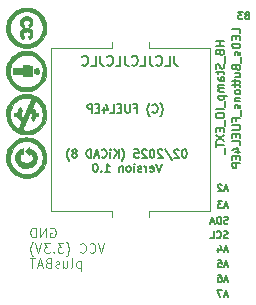
<source format=gbr>
%TF.GenerationSoftware,KiCad,Pcbnew,8.0.8-8.0.8-0~ubuntu22.04.1*%
%TF.CreationDate,2025-02-18T10:23:41+01:00*%
%TF.ProjectId,HB_Stamp_IO_EXT_LEDs_Buttons_FUEL4EP,48425f53-7461-46d7-905f-494f5f455854,1.5*%
%TF.SameCoordinates,Original*%
%TF.FileFunction,Legend,Bot*%
%TF.FilePolarity,Positive*%
%FSLAX46Y46*%
G04 Gerber Fmt 4.6, Leading zero omitted, Abs format (unit mm)*
G04 Created by KiCad (PCBNEW 8.0.8-8.0.8-0~ubuntu22.04.1) date 2025-02-18 10:23:41*
%MOMM*%
%LPD*%
G01*
G04 APERTURE LIST*
%ADD10C,0.152400*%
%ADD11C,0.150000*%
%ADD12C,0.100000*%
%ADD13C,0.010000*%
%ADD14C,0.120000*%
%ADD15R,1.800000X1.800000*%
%ADD16C,1.800000*%
%ADD17R,1.000000X1.000000*%
%ADD18O,1.000000X1.000000*%
%ADD19C,2.000000*%
%ADD20R,3.000000X3.000000*%
G04 APERTURE END LIST*
D10*
X14713984Y21494196D02*
X14713984Y20913624D01*
X14713984Y20913624D02*
X14752689Y20797510D01*
X14752689Y20797510D02*
X14830098Y20720101D01*
X14830098Y20720101D02*
X14946213Y20681396D01*
X14946213Y20681396D02*
X15023622Y20681396D01*
X13939889Y20681396D02*
X14326937Y20681396D01*
X14326937Y20681396D02*
X14326937Y21494196D01*
X13204499Y20758805D02*
X13243203Y20720101D01*
X13243203Y20720101D02*
X13359318Y20681396D01*
X13359318Y20681396D02*
X13436727Y20681396D01*
X13436727Y20681396D02*
X13552841Y20720101D01*
X13552841Y20720101D02*
X13630251Y20797510D01*
X13630251Y20797510D02*
X13668956Y20874920D01*
X13668956Y20874920D02*
X13707660Y21029739D01*
X13707660Y21029739D02*
X13707660Y21145853D01*
X13707660Y21145853D02*
X13668956Y21300672D01*
X13668956Y21300672D02*
X13630251Y21378081D01*
X13630251Y21378081D02*
X13552841Y21455491D01*
X13552841Y21455491D02*
X13436727Y21494196D01*
X13436727Y21494196D02*
X13359318Y21494196D01*
X13359318Y21494196D02*
X13243203Y21455491D01*
X13243203Y21455491D02*
X13204499Y21416786D01*
X12623927Y21494196D02*
X12623927Y20913624D01*
X12623927Y20913624D02*
X12662632Y20797510D01*
X12662632Y20797510D02*
X12740041Y20720101D01*
X12740041Y20720101D02*
X12856156Y20681396D01*
X12856156Y20681396D02*
X12933565Y20681396D01*
X11849832Y20681396D02*
X12236880Y20681396D01*
X12236880Y20681396D02*
X12236880Y21494196D01*
X11114442Y20758805D02*
X11153146Y20720101D01*
X11153146Y20720101D02*
X11269261Y20681396D01*
X11269261Y20681396D02*
X11346670Y20681396D01*
X11346670Y20681396D02*
X11462784Y20720101D01*
X11462784Y20720101D02*
X11540194Y20797510D01*
X11540194Y20797510D02*
X11578899Y20874920D01*
X11578899Y20874920D02*
X11617603Y21029739D01*
X11617603Y21029739D02*
X11617603Y21145853D01*
X11617603Y21145853D02*
X11578899Y21300672D01*
X11578899Y21300672D02*
X11540194Y21378081D01*
X11540194Y21378081D02*
X11462784Y21455491D01*
X11462784Y21455491D02*
X11346670Y21494196D01*
X11346670Y21494196D02*
X11269261Y21494196D01*
X11269261Y21494196D02*
X11153146Y21455491D01*
X11153146Y21455491D02*
X11114442Y21416786D01*
X10533870Y21494196D02*
X10533870Y20913624D01*
X10533870Y20913624D02*
X10572575Y20797510D01*
X10572575Y20797510D02*
X10649984Y20720101D01*
X10649984Y20720101D02*
X10766099Y20681396D01*
X10766099Y20681396D02*
X10843508Y20681396D01*
X9759775Y20681396D02*
X10146823Y20681396D01*
X10146823Y20681396D02*
X10146823Y21494196D01*
X9024385Y20758805D02*
X9063089Y20720101D01*
X9063089Y20720101D02*
X9179204Y20681396D01*
X9179204Y20681396D02*
X9256613Y20681396D01*
X9256613Y20681396D02*
X9372727Y20720101D01*
X9372727Y20720101D02*
X9450137Y20797510D01*
X9450137Y20797510D02*
X9488842Y20874920D01*
X9488842Y20874920D02*
X9527546Y21029739D01*
X9527546Y21029739D02*
X9527546Y21145853D01*
X9527546Y21145853D02*
X9488842Y21300672D01*
X9488842Y21300672D02*
X9450137Y21378081D01*
X9450137Y21378081D02*
X9372727Y21455491D01*
X9372727Y21455491D02*
X9256613Y21494196D01*
X9256613Y21494196D02*
X9179204Y21494196D01*
X9179204Y21494196D02*
X9063089Y21455491D01*
X9063089Y21455491D02*
X9024385Y21416786D01*
X8443813Y21494196D02*
X8443813Y20913624D01*
X8443813Y20913624D02*
X8482518Y20797510D01*
X8482518Y20797510D02*
X8559927Y20720101D01*
X8559927Y20720101D02*
X8676042Y20681396D01*
X8676042Y20681396D02*
X8753451Y20681396D01*
X7669718Y20681396D02*
X8056766Y20681396D01*
X8056766Y20681396D02*
X8056766Y21494196D01*
X6934328Y20758805D02*
X6973032Y20720101D01*
X6973032Y20720101D02*
X7089147Y20681396D01*
X7089147Y20681396D02*
X7166556Y20681396D01*
X7166556Y20681396D02*
X7282670Y20720101D01*
X7282670Y20720101D02*
X7360080Y20797510D01*
X7360080Y20797510D02*
X7398785Y20874920D01*
X7398785Y20874920D02*
X7437489Y21029739D01*
X7437489Y21029739D02*
X7437489Y21145853D01*
X7437489Y21145853D02*
X7398785Y21300672D01*
X7398785Y21300672D02*
X7360080Y21378081D01*
X7360080Y21378081D02*
X7282670Y21455491D01*
X7282670Y21455491D02*
X7166556Y21494196D01*
X7166556Y21494196D02*
X7089147Y21494196D01*
X7089147Y21494196D02*
X6973032Y21455491D01*
X6973032Y21455491D02*
X6934328Y21416786D01*
D11*
X19243430Y2538657D02*
X18957716Y2538657D01*
X19300573Y2367228D02*
X19100573Y2967228D01*
X19100573Y2967228D02*
X18900573Y2367228D01*
X18443430Y2967228D02*
X18557715Y2967228D01*
X18557715Y2967228D02*
X18614858Y2938657D01*
X18614858Y2938657D02*
X18643430Y2910085D01*
X18643430Y2910085D02*
X18700572Y2824371D01*
X18700572Y2824371D02*
X18729144Y2710085D01*
X18729144Y2710085D02*
X18729144Y2481514D01*
X18729144Y2481514D02*
X18700572Y2424371D01*
X18700572Y2424371D02*
X18672001Y2395800D01*
X18672001Y2395800D02*
X18614858Y2367228D01*
X18614858Y2367228D02*
X18500572Y2367228D01*
X18500572Y2367228D02*
X18443430Y2395800D01*
X18443430Y2395800D02*
X18414858Y2424371D01*
X18414858Y2424371D02*
X18386287Y2481514D01*
X18386287Y2481514D02*
X18386287Y2624371D01*
X18386287Y2624371D02*
X18414858Y2681514D01*
X18414858Y2681514D02*
X18443430Y2710085D01*
X18443430Y2710085D02*
X18500572Y2738657D01*
X18500572Y2738657D02*
X18614858Y2738657D01*
X18614858Y2738657D02*
X18672001Y2710085D01*
X18672001Y2710085D02*
X18700572Y2681514D01*
X18700572Y2681514D02*
X18729144Y2624371D01*
X15601316Y13583966D02*
X15534649Y13583966D01*
X15534649Y13583966D02*
X15467982Y13550633D01*
X15467982Y13550633D02*
X15434649Y13517300D01*
X15434649Y13517300D02*
X15401316Y13450633D01*
X15401316Y13450633D02*
X15367982Y13317300D01*
X15367982Y13317300D02*
X15367982Y13150633D01*
X15367982Y13150633D02*
X15401316Y13017300D01*
X15401316Y13017300D02*
X15434649Y12950633D01*
X15434649Y12950633D02*
X15467982Y12917300D01*
X15467982Y12917300D02*
X15534649Y12883966D01*
X15534649Y12883966D02*
X15601316Y12883966D01*
X15601316Y12883966D02*
X15667982Y12917300D01*
X15667982Y12917300D02*
X15701316Y12950633D01*
X15701316Y12950633D02*
X15734649Y13017300D01*
X15734649Y13017300D02*
X15767982Y13150633D01*
X15767982Y13150633D02*
X15767982Y13317300D01*
X15767982Y13317300D02*
X15734649Y13450633D01*
X15734649Y13450633D02*
X15701316Y13517300D01*
X15701316Y13517300D02*
X15667982Y13550633D01*
X15667982Y13550633D02*
X15601316Y13583966D01*
X15101315Y13517300D02*
X15067982Y13550633D01*
X15067982Y13550633D02*
X15001315Y13583966D01*
X15001315Y13583966D02*
X14834649Y13583966D01*
X14834649Y13583966D02*
X14767982Y13550633D01*
X14767982Y13550633D02*
X14734649Y13517300D01*
X14734649Y13517300D02*
X14701315Y13450633D01*
X14701315Y13450633D02*
X14701315Y13383966D01*
X14701315Y13383966D02*
X14734649Y13283966D01*
X14734649Y13283966D02*
X15134649Y12883966D01*
X15134649Y12883966D02*
X14701315Y12883966D01*
X13901315Y13617300D02*
X14501315Y12717300D01*
X13701315Y13517300D02*
X13667982Y13550633D01*
X13667982Y13550633D02*
X13601315Y13583966D01*
X13601315Y13583966D02*
X13434649Y13583966D01*
X13434649Y13583966D02*
X13367982Y13550633D01*
X13367982Y13550633D02*
X13334649Y13517300D01*
X13334649Y13517300D02*
X13301315Y13450633D01*
X13301315Y13450633D02*
X13301315Y13383966D01*
X13301315Y13383966D02*
X13334649Y13283966D01*
X13334649Y13283966D02*
X13734649Y12883966D01*
X13734649Y12883966D02*
X13301315Y12883966D01*
X12867982Y13583966D02*
X12801315Y13583966D01*
X12801315Y13583966D02*
X12734648Y13550633D01*
X12734648Y13550633D02*
X12701315Y13517300D01*
X12701315Y13517300D02*
X12667982Y13450633D01*
X12667982Y13450633D02*
X12634648Y13317300D01*
X12634648Y13317300D02*
X12634648Y13150633D01*
X12634648Y13150633D02*
X12667982Y13017300D01*
X12667982Y13017300D02*
X12701315Y12950633D01*
X12701315Y12950633D02*
X12734648Y12917300D01*
X12734648Y12917300D02*
X12801315Y12883966D01*
X12801315Y12883966D02*
X12867982Y12883966D01*
X12867982Y12883966D02*
X12934648Y12917300D01*
X12934648Y12917300D02*
X12967982Y12950633D01*
X12967982Y12950633D02*
X13001315Y13017300D01*
X13001315Y13017300D02*
X13034648Y13150633D01*
X13034648Y13150633D02*
X13034648Y13317300D01*
X13034648Y13317300D02*
X13001315Y13450633D01*
X13001315Y13450633D02*
X12967982Y13517300D01*
X12967982Y13517300D02*
X12934648Y13550633D01*
X12934648Y13550633D02*
X12867982Y13583966D01*
X12367981Y13517300D02*
X12334648Y13550633D01*
X12334648Y13550633D02*
X12267981Y13583966D01*
X12267981Y13583966D02*
X12101315Y13583966D01*
X12101315Y13583966D02*
X12034648Y13550633D01*
X12034648Y13550633D02*
X12001315Y13517300D01*
X12001315Y13517300D02*
X11967981Y13450633D01*
X11967981Y13450633D02*
X11967981Y13383966D01*
X11967981Y13383966D02*
X12001315Y13283966D01*
X12001315Y13283966D02*
X12401315Y12883966D01*
X12401315Y12883966D02*
X11967981Y12883966D01*
X11334648Y13583966D02*
X11667981Y13583966D01*
X11667981Y13583966D02*
X11701314Y13250633D01*
X11701314Y13250633D02*
X11667981Y13283966D01*
X11667981Y13283966D02*
X11601314Y13317300D01*
X11601314Y13317300D02*
X11434648Y13317300D01*
X11434648Y13317300D02*
X11367981Y13283966D01*
X11367981Y13283966D02*
X11334648Y13250633D01*
X11334648Y13250633D02*
X11301314Y13183966D01*
X11301314Y13183966D02*
X11301314Y13017300D01*
X11301314Y13017300D02*
X11334648Y12950633D01*
X11334648Y12950633D02*
X11367981Y12917300D01*
X11367981Y12917300D02*
X11434648Y12883966D01*
X11434648Y12883966D02*
X11601314Y12883966D01*
X11601314Y12883966D02*
X11667981Y12917300D01*
X11667981Y12917300D02*
X11701314Y12950633D01*
X10267981Y12617300D02*
X10301314Y12650633D01*
X10301314Y12650633D02*
X10367981Y12750633D01*
X10367981Y12750633D02*
X10401314Y12817300D01*
X10401314Y12817300D02*
X10434648Y12917300D01*
X10434648Y12917300D02*
X10467981Y13083966D01*
X10467981Y13083966D02*
X10467981Y13217300D01*
X10467981Y13217300D02*
X10434648Y13383966D01*
X10434648Y13383966D02*
X10401314Y13483966D01*
X10401314Y13483966D02*
X10367981Y13550633D01*
X10367981Y13550633D02*
X10301314Y13650633D01*
X10301314Y13650633D02*
X10267981Y13683966D01*
X10001314Y12883966D02*
X10001314Y13583966D01*
X9601314Y12883966D02*
X9901314Y13283966D01*
X9601314Y13583966D02*
X10001314Y13183966D01*
X9301314Y12883966D02*
X9301314Y13350633D01*
X9301314Y13583966D02*
X9334647Y13550633D01*
X9334647Y13550633D02*
X9301314Y13517300D01*
X9301314Y13517300D02*
X9267981Y13550633D01*
X9267981Y13550633D02*
X9301314Y13583966D01*
X9301314Y13583966D02*
X9301314Y13517300D01*
X8567981Y12950633D02*
X8601314Y12917300D01*
X8601314Y12917300D02*
X8701314Y12883966D01*
X8701314Y12883966D02*
X8767981Y12883966D01*
X8767981Y12883966D02*
X8867981Y12917300D01*
X8867981Y12917300D02*
X8934648Y12983966D01*
X8934648Y12983966D02*
X8967981Y13050633D01*
X8967981Y13050633D02*
X9001314Y13183966D01*
X9001314Y13183966D02*
X9001314Y13283966D01*
X9001314Y13283966D02*
X8967981Y13417300D01*
X8967981Y13417300D02*
X8934648Y13483966D01*
X8934648Y13483966D02*
X8867981Y13550633D01*
X8867981Y13550633D02*
X8767981Y13583966D01*
X8767981Y13583966D02*
X8701314Y13583966D01*
X8701314Y13583966D02*
X8601314Y13550633D01*
X8601314Y13550633D02*
X8567981Y13517300D01*
X8301314Y13083966D02*
X7967981Y13083966D01*
X8367981Y12883966D02*
X8134648Y13583966D01*
X8134648Y13583966D02*
X7901314Y12883966D01*
X7667981Y12883966D02*
X7667981Y13583966D01*
X7667981Y13583966D02*
X7501314Y13583966D01*
X7501314Y13583966D02*
X7401314Y13550633D01*
X7401314Y13550633D02*
X7334648Y13483966D01*
X7334648Y13483966D02*
X7301314Y13417300D01*
X7301314Y13417300D02*
X7267981Y13283966D01*
X7267981Y13283966D02*
X7267981Y13183966D01*
X7267981Y13183966D02*
X7301314Y13050633D01*
X7301314Y13050633D02*
X7334648Y12983966D01*
X7334648Y12983966D02*
X7401314Y12917300D01*
X7401314Y12917300D02*
X7501314Y12883966D01*
X7501314Y12883966D02*
X7667981Y12883966D01*
X6334648Y13283966D02*
X6401315Y13317300D01*
X6401315Y13317300D02*
X6434648Y13350633D01*
X6434648Y13350633D02*
X6467981Y13417300D01*
X6467981Y13417300D02*
X6467981Y13450633D01*
X6467981Y13450633D02*
X6434648Y13517300D01*
X6434648Y13517300D02*
X6401315Y13550633D01*
X6401315Y13550633D02*
X6334648Y13583966D01*
X6334648Y13583966D02*
X6201315Y13583966D01*
X6201315Y13583966D02*
X6134648Y13550633D01*
X6134648Y13550633D02*
X6101315Y13517300D01*
X6101315Y13517300D02*
X6067981Y13450633D01*
X6067981Y13450633D02*
X6067981Y13417300D01*
X6067981Y13417300D02*
X6101315Y13350633D01*
X6101315Y13350633D02*
X6134648Y13317300D01*
X6134648Y13317300D02*
X6201315Y13283966D01*
X6201315Y13283966D02*
X6334648Y13283966D01*
X6334648Y13283966D02*
X6401315Y13250633D01*
X6401315Y13250633D02*
X6434648Y13217300D01*
X6434648Y13217300D02*
X6467981Y13150633D01*
X6467981Y13150633D02*
X6467981Y13017300D01*
X6467981Y13017300D02*
X6434648Y12950633D01*
X6434648Y12950633D02*
X6401315Y12917300D01*
X6401315Y12917300D02*
X6334648Y12883966D01*
X6334648Y12883966D02*
X6201315Y12883966D01*
X6201315Y12883966D02*
X6134648Y12917300D01*
X6134648Y12917300D02*
X6101315Y12950633D01*
X6101315Y12950633D02*
X6067981Y13017300D01*
X6067981Y13017300D02*
X6067981Y13150633D01*
X6067981Y13150633D02*
X6101315Y13217300D01*
X6101315Y13217300D02*
X6134648Y13250633D01*
X6134648Y13250633D02*
X6201315Y13283966D01*
X5834648Y12617300D02*
X5801314Y12650633D01*
X5801314Y12650633D02*
X5734648Y12750633D01*
X5734648Y12750633D02*
X5701314Y12817300D01*
X5701314Y12817300D02*
X5667981Y12917300D01*
X5667981Y12917300D02*
X5634648Y13083966D01*
X5634648Y13083966D02*
X5634648Y13217300D01*
X5634648Y13217300D02*
X5667981Y13383966D01*
X5667981Y13383966D02*
X5701314Y13483966D01*
X5701314Y13483966D02*
X5734648Y13550633D01*
X5734648Y13550633D02*
X5801314Y13650633D01*
X5801314Y13650633D02*
X5834648Y13683966D01*
D12*
X8799999Y5635104D02*
X8533332Y4835104D01*
X8533332Y4835104D02*
X8266666Y5635104D01*
X7542856Y4911295D02*
X7580952Y4873200D01*
X7580952Y4873200D02*
X7695237Y4835104D01*
X7695237Y4835104D02*
X7771428Y4835104D01*
X7771428Y4835104D02*
X7885714Y4873200D01*
X7885714Y4873200D02*
X7961904Y4949390D01*
X7961904Y4949390D02*
X7999999Y5025580D01*
X7999999Y5025580D02*
X8038095Y5177961D01*
X8038095Y5177961D02*
X8038095Y5292247D01*
X8038095Y5292247D02*
X7999999Y5444628D01*
X7999999Y5444628D02*
X7961904Y5520819D01*
X7961904Y5520819D02*
X7885714Y5597009D01*
X7885714Y5597009D02*
X7771428Y5635104D01*
X7771428Y5635104D02*
X7695237Y5635104D01*
X7695237Y5635104D02*
X7580952Y5597009D01*
X7580952Y5597009D02*
X7542856Y5558914D01*
X6742856Y4911295D02*
X6780952Y4873200D01*
X6780952Y4873200D02*
X6895237Y4835104D01*
X6895237Y4835104D02*
X6971428Y4835104D01*
X6971428Y4835104D02*
X7085714Y4873200D01*
X7085714Y4873200D02*
X7161904Y4949390D01*
X7161904Y4949390D02*
X7199999Y5025580D01*
X7199999Y5025580D02*
X7238095Y5177961D01*
X7238095Y5177961D02*
X7238095Y5292247D01*
X7238095Y5292247D02*
X7199999Y5444628D01*
X7199999Y5444628D02*
X7161904Y5520819D01*
X7161904Y5520819D02*
X7085714Y5597009D01*
X7085714Y5597009D02*
X6971428Y5635104D01*
X6971428Y5635104D02*
X6895237Y5635104D01*
X6895237Y5635104D02*
X6780952Y5597009D01*
X6780952Y5597009D02*
X6742856Y5558914D01*
X5561904Y4530342D02*
X5599999Y4568438D01*
X5599999Y4568438D02*
X5676190Y4682723D01*
X5676190Y4682723D02*
X5714285Y4758914D01*
X5714285Y4758914D02*
X5752380Y4873200D01*
X5752380Y4873200D02*
X5790475Y5063676D01*
X5790475Y5063676D02*
X5790475Y5216057D01*
X5790475Y5216057D02*
X5752380Y5406533D01*
X5752380Y5406533D02*
X5714285Y5520819D01*
X5714285Y5520819D02*
X5676190Y5597009D01*
X5676190Y5597009D02*
X5599999Y5711295D01*
X5599999Y5711295D02*
X5561904Y5749390D01*
X5333333Y5635104D02*
X4838095Y5635104D01*
X4838095Y5635104D02*
X5104761Y5330342D01*
X5104761Y5330342D02*
X4990476Y5330342D01*
X4990476Y5330342D02*
X4914285Y5292247D01*
X4914285Y5292247D02*
X4876190Y5254152D01*
X4876190Y5254152D02*
X4838095Y5177961D01*
X4838095Y5177961D02*
X4838095Y4987485D01*
X4838095Y4987485D02*
X4876190Y4911295D01*
X4876190Y4911295D02*
X4914285Y4873200D01*
X4914285Y4873200D02*
X4990476Y4835104D01*
X4990476Y4835104D02*
X5219047Y4835104D01*
X5219047Y4835104D02*
X5295238Y4873200D01*
X5295238Y4873200D02*
X5333333Y4911295D01*
X4495237Y4911295D02*
X4457142Y4873200D01*
X4457142Y4873200D02*
X4495237Y4835104D01*
X4495237Y4835104D02*
X4533333Y4873200D01*
X4533333Y4873200D02*
X4495237Y4911295D01*
X4495237Y4911295D02*
X4495237Y4835104D01*
X4190476Y5635104D02*
X3695238Y5635104D01*
X3695238Y5635104D02*
X3961904Y5330342D01*
X3961904Y5330342D02*
X3847619Y5330342D01*
X3847619Y5330342D02*
X3771428Y5292247D01*
X3771428Y5292247D02*
X3733333Y5254152D01*
X3733333Y5254152D02*
X3695238Y5177961D01*
X3695238Y5177961D02*
X3695238Y4987485D01*
X3695238Y4987485D02*
X3733333Y4911295D01*
X3733333Y4911295D02*
X3771428Y4873200D01*
X3771428Y4873200D02*
X3847619Y4835104D01*
X3847619Y4835104D02*
X4076190Y4835104D01*
X4076190Y4835104D02*
X4152381Y4873200D01*
X4152381Y4873200D02*
X4190476Y4911295D01*
X3466666Y5635104D02*
X3199999Y4835104D01*
X3199999Y4835104D02*
X2933333Y5635104D01*
X2742857Y4530342D02*
X2704762Y4568438D01*
X2704762Y4568438D02*
X2628571Y4682723D01*
X2628571Y4682723D02*
X2590476Y4758914D01*
X2590476Y4758914D02*
X2552381Y4873200D01*
X2552381Y4873200D02*
X2514285Y5063676D01*
X2514285Y5063676D02*
X2514285Y5216057D01*
X2514285Y5216057D02*
X2552381Y5406533D01*
X2552381Y5406533D02*
X2590476Y5520819D01*
X2590476Y5520819D02*
X2628571Y5597009D01*
X2628571Y5597009D02*
X2704762Y5711295D01*
X2704762Y5711295D02*
X2742857Y5749390D01*
D11*
X20316033Y23401316D02*
X20316033Y23734649D01*
X20316033Y23734649D02*
X19616033Y23734649D01*
X19949366Y23167982D02*
X19949366Y22934649D01*
X20316033Y22834649D02*
X20316033Y23167982D01*
X20316033Y23167982D02*
X19616033Y23167982D01*
X19616033Y23167982D02*
X19616033Y22834649D01*
X20316033Y22534649D02*
X19616033Y22534649D01*
X19616033Y22534649D02*
X19616033Y22367982D01*
X19616033Y22367982D02*
X19649366Y22267982D01*
X19649366Y22267982D02*
X19716033Y22201316D01*
X19716033Y22201316D02*
X19782700Y22167982D01*
X19782700Y22167982D02*
X19916033Y22134649D01*
X19916033Y22134649D02*
X20016033Y22134649D01*
X20016033Y22134649D02*
X20149366Y22167982D01*
X20149366Y22167982D02*
X20216033Y22201316D01*
X20216033Y22201316D02*
X20282700Y22267982D01*
X20282700Y22267982D02*
X20316033Y22367982D01*
X20316033Y22367982D02*
X20316033Y22534649D01*
X20282700Y21867982D02*
X20316033Y21801316D01*
X20316033Y21801316D02*
X20316033Y21667982D01*
X20316033Y21667982D02*
X20282700Y21601316D01*
X20282700Y21601316D02*
X20216033Y21567982D01*
X20216033Y21567982D02*
X20182700Y21567982D01*
X20182700Y21567982D02*
X20116033Y21601316D01*
X20116033Y21601316D02*
X20082700Y21667982D01*
X20082700Y21667982D02*
X20082700Y21767982D01*
X20082700Y21767982D02*
X20049366Y21834649D01*
X20049366Y21834649D02*
X19982700Y21867982D01*
X19982700Y21867982D02*
X19949366Y21867982D01*
X19949366Y21867982D02*
X19882700Y21834649D01*
X19882700Y21834649D02*
X19849366Y21767982D01*
X19849366Y21767982D02*
X19849366Y21667982D01*
X19849366Y21667982D02*
X19882700Y21601316D01*
X20382700Y21434649D02*
X20382700Y20901315D01*
X19949366Y20501316D02*
X19982700Y20401316D01*
X19982700Y20401316D02*
X20016033Y20367982D01*
X20016033Y20367982D02*
X20082700Y20334649D01*
X20082700Y20334649D02*
X20182700Y20334649D01*
X20182700Y20334649D02*
X20249366Y20367982D01*
X20249366Y20367982D02*
X20282700Y20401316D01*
X20282700Y20401316D02*
X20316033Y20467982D01*
X20316033Y20467982D02*
X20316033Y20734649D01*
X20316033Y20734649D02*
X19616033Y20734649D01*
X19616033Y20734649D02*
X19616033Y20501316D01*
X19616033Y20501316D02*
X19649366Y20434649D01*
X19649366Y20434649D02*
X19682700Y20401316D01*
X19682700Y20401316D02*
X19749366Y20367982D01*
X19749366Y20367982D02*
X19816033Y20367982D01*
X19816033Y20367982D02*
X19882700Y20401316D01*
X19882700Y20401316D02*
X19916033Y20434649D01*
X19916033Y20434649D02*
X19949366Y20501316D01*
X19949366Y20501316D02*
X19949366Y20734649D01*
X19849366Y19734649D02*
X20316033Y19734649D01*
X19849366Y20034649D02*
X20216033Y20034649D01*
X20216033Y20034649D02*
X20282700Y20001316D01*
X20282700Y20001316D02*
X20316033Y19934649D01*
X20316033Y19934649D02*
X20316033Y19834649D01*
X20316033Y19834649D02*
X20282700Y19767982D01*
X20282700Y19767982D02*
X20249366Y19734649D01*
X19849366Y19501316D02*
X19849366Y19234649D01*
X19616033Y19401316D02*
X20216033Y19401316D01*
X20216033Y19401316D02*
X20282700Y19367983D01*
X20282700Y19367983D02*
X20316033Y19301316D01*
X20316033Y19301316D02*
X20316033Y19234649D01*
X19849366Y19101316D02*
X19849366Y18834649D01*
X19616033Y19001316D02*
X20216033Y19001316D01*
X20216033Y19001316D02*
X20282700Y18967983D01*
X20282700Y18967983D02*
X20316033Y18901316D01*
X20316033Y18901316D02*
X20316033Y18834649D01*
X20316033Y18501316D02*
X20282700Y18567983D01*
X20282700Y18567983D02*
X20249366Y18601316D01*
X20249366Y18601316D02*
X20182700Y18634649D01*
X20182700Y18634649D02*
X19982700Y18634649D01*
X19982700Y18634649D02*
X19916033Y18601316D01*
X19916033Y18601316D02*
X19882700Y18567983D01*
X19882700Y18567983D02*
X19849366Y18501316D01*
X19849366Y18501316D02*
X19849366Y18401316D01*
X19849366Y18401316D02*
X19882700Y18334649D01*
X19882700Y18334649D02*
X19916033Y18301316D01*
X19916033Y18301316D02*
X19982700Y18267983D01*
X19982700Y18267983D02*
X20182700Y18267983D01*
X20182700Y18267983D02*
X20249366Y18301316D01*
X20249366Y18301316D02*
X20282700Y18334649D01*
X20282700Y18334649D02*
X20316033Y18401316D01*
X20316033Y18401316D02*
X20316033Y18501316D01*
X19849366Y17967983D02*
X20316033Y17967983D01*
X19916033Y17967983D02*
X19882700Y17934650D01*
X19882700Y17934650D02*
X19849366Y17867983D01*
X19849366Y17867983D02*
X19849366Y17767983D01*
X19849366Y17767983D02*
X19882700Y17701316D01*
X19882700Y17701316D02*
X19949366Y17667983D01*
X19949366Y17667983D02*
X20316033Y17667983D01*
X20282700Y17367983D02*
X20316033Y17301317D01*
X20316033Y17301317D02*
X20316033Y17167983D01*
X20316033Y17167983D02*
X20282700Y17101317D01*
X20282700Y17101317D02*
X20216033Y17067983D01*
X20216033Y17067983D02*
X20182700Y17067983D01*
X20182700Y17067983D02*
X20116033Y17101317D01*
X20116033Y17101317D02*
X20082700Y17167983D01*
X20082700Y17167983D02*
X20082700Y17267983D01*
X20082700Y17267983D02*
X20049366Y17334650D01*
X20049366Y17334650D02*
X19982700Y17367983D01*
X19982700Y17367983D02*
X19949366Y17367983D01*
X19949366Y17367983D02*
X19882700Y17334650D01*
X19882700Y17334650D02*
X19849366Y17267983D01*
X19849366Y17267983D02*
X19849366Y17167983D01*
X19849366Y17167983D02*
X19882700Y17101317D01*
X20382700Y16934650D02*
X20382700Y16401316D01*
X19949366Y16001317D02*
X19949366Y16234650D01*
X20316033Y16234650D02*
X19616033Y16234650D01*
X19616033Y16234650D02*
X19616033Y15901317D01*
X19616033Y15634650D02*
X20182700Y15634650D01*
X20182700Y15634650D02*
X20249366Y15601317D01*
X20249366Y15601317D02*
X20282700Y15567983D01*
X20282700Y15567983D02*
X20316033Y15501317D01*
X20316033Y15501317D02*
X20316033Y15367983D01*
X20316033Y15367983D02*
X20282700Y15301317D01*
X20282700Y15301317D02*
X20249366Y15267983D01*
X20249366Y15267983D02*
X20182700Y15234650D01*
X20182700Y15234650D02*
X19616033Y15234650D01*
X19949366Y14901317D02*
X19949366Y14667984D01*
X20316033Y14567984D02*
X20316033Y14901317D01*
X20316033Y14901317D02*
X19616033Y14901317D01*
X19616033Y14901317D02*
X19616033Y14567984D01*
X20316033Y13934651D02*
X20316033Y14267984D01*
X20316033Y14267984D02*
X19616033Y14267984D01*
X19849366Y13401317D02*
X20316033Y13401317D01*
X19582700Y13567984D02*
X20082700Y13734650D01*
X20082700Y13734650D02*
X20082700Y13301317D01*
X19949366Y13034650D02*
X19949366Y12801317D01*
X20316033Y12701317D02*
X20316033Y13034650D01*
X20316033Y13034650D02*
X19616033Y13034650D01*
X19616033Y13034650D02*
X19616033Y12701317D01*
X20316033Y12401317D02*
X19616033Y12401317D01*
X19616033Y12401317D02*
X19616033Y12134650D01*
X19616033Y12134650D02*
X19649366Y12067984D01*
X19649366Y12067984D02*
X19682700Y12034650D01*
X19682700Y12034650D02*
X19749366Y12001317D01*
X19749366Y12001317D02*
X19849366Y12001317D01*
X19849366Y12001317D02*
X19916033Y12034650D01*
X19916033Y12034650D02*
X19949366Y12067984D01*
X19949366Y12067984D02*
X19982700Y12134650D01*
X19982700Y12134650D02*
X19982700Y12401317D01*
X19243430Y1268657D02*
X18957716Y1268657D01*
X19300573Y1097228D02*
X19100573Y1697228D01*
X19100573Y1697228D02*
X18900573Y1097228D01*
X18757715Y1697228D02*
X18357715Y1697228D01*
X18357715Y1697228D02*
X18614858Y1097228D01*
X19243430Y6104200D02*
X19157716Y6075628D01*
X19157716Y6075628D02*
X19014858Y6075628D01*
X19014858Y6075628D02*
X18957716Y6104200D01*
X18957716Y6104200D02*
X18929144Y6132771D01*
X18929144Y6132771D02*
X18900573Y6189914D01*
X18900573Y6189914D02*
X18900573Y6247057D01*
X18900573Y6247057D02*
X18929144Y6304200D01*
X18929144Y6304200D02*
X18957716Y6332771D01*
X18957716Y6332771D02*
X19014858Y6361342D01*
X19014858Y6361342D02*
X19129144Y6389914D01*
X19129144Y6389914D02*
X19186287Y6418485D01*
X19186287Y6418485D02*
X19214858Y6447057D01*
X19214858Y6447057D02*
X19243430Y6504200D01*
X19243430Y6504200D02*
X19243430Y6561342D01*
X19243430Y6561342D02*
X19214858Y6618485D01*
X19214858Y6618485D02*
X19186287Y6647057D01*
X19186287Y6647057D02*
X19129144Y6675628D01*
X19129144Y6675628D02*
X18986287Y6675628D01*
X18986287Y6675628D02*
X18900573Y6647057D01*
X18300572Y6132771D02*
X18329144Y6104200D01*
X18329144Y6104200D02*
X18414858Y6075628D01*
X18414858Y6075628D02*
X18472001Y6075628D01*
X18472001Y6075628D02*
X18557715Y6104200D01*
X18557715Y6104200D02*
X18614858Y6161342D01*
X18614858Y6161342D02*
X18643429Y6218485D01*
X18643429Y6218485D02*
X18672001Y6332771D01*
X18672001Y6332771D02*
X18672001Y6418485D01*
X18672001Y6418485D02*
X18643429Y6532771D01*
X18643429Y6532771D02*
X18614858Y6589914D01*
X18614858Y6589914D02*
X18557715Y6647057D01*
X18557715Y6647057D02*
X18472001Y6675628D01*
X18472001Y6675628D02*
X18414858Y6675628D01*
X18414858Y6675628D02*
X18329144Y6647057D01*
X18329144Y6647057D02*
X18300572Y6618485D01*
X17757715Y6075628D02*
X18043429Y6075628D01*
X18043429Y6075628D02*
X18043429Y6675628D01*
X18916033Y22734649D02*
X18216033Y22734649D01*
X18549366Y22734649D02*
X18549366Y22334649D01*
X18916033Y22334649D02*
X18216033Y22334649D01*
X18549366Y21767983D02*
X18582700Y21667983D01*
X18582700Y21667983D02*
X18616033Y21634649D01*
X18616033Y21634649D02*
X18682700Y21601316D01*
X18682700Y21601316D02*
X18782700Y21601316D01*
X18782700Y21601316D02*
X18849366Y21634649D01*
X18849366Y21634649D02*
X18882700Y21667983D01*
X18882700Y21667983D02*
X18916033Y21734649D01*
X18916033Y21734649D02*
X18916033Y22001316D01*
X18916033Y22001316D02*
X18216033Y22001316D01*
X18216033Y22001316D02*
X18216033Y21767983D01*
X18216033Y21767983D02*
X18249366Y21701316D01*
X18249366Y21701316D02*
X18282700Y21667983D01*
X18282700Y21667983D02*
X18349366Y21634649D01*
X18349366Y21634649D02*
X18416033Y21634649D01*
X18416033Y21634649D02*
X18482700Y21667983D01*
X18482700Y21667983D02*
X18516033Y21701316D01*
X18516033Y21701316D02*
X18549366Y21767983D01*
X18549366Y21767983D02*
X18549366Y22001316D01*
X18982700Y21467983D02*
X18982700Y20934649D01*
X18882700Y20801316D02*
X18916033Y20701316D01*
X18916033Y20701316D02*
X18916033Y20534650D01*
X18916033Y20534650D02*
X18882700Y20467983D01*
X18882700Y20467983D02*
X18849366Y20434650D01*
X18849366Y20434650D02*
X18782700Y20401316D01*
X18782700Y20401316D02*
X18716033Y20401316D01*
X18716033Y20401316D02*
X18649366Y20434650D01*
X18649366Y20434650D02*
X18616033Y20467983D01*
X18616033Y20467983D02*
X18582700Y20534650D01*
X18582700Y20534650D02*
X18549366Y20667983D01*
X18549366Y20667983D02*
X18516033Y20734650D01*
X18516033Y20734650D02*
X18482700Y20767983D01*
X18482700Y20767983D02*
X18416033Y20801316D01*
X18416033Y20801316D02*
X18349366Y20801316D01*
X18349366Y20801316D02*
X18282700Y20767983D01*
X18282700Y20767983D02*
X18249366Y20734650D01*
X18249366Y20734650D02*
X18216033Y20667983D01*
X18216033Y20667983D02*
X18216033Y20501316D01*
X18216033Y20501316D02*
X18249366Y20401316D01*
X18449366Y20201316D02*
X18449366Y19934649D01*
X18216033Y20101316D02*
X18816033Y20101316D01*
X18816033Y20101316D02*
X18882700Y20067983D01*
X18882700Y20067983D02*
X18916033Y20001316D01*
X18916033Y20001316D02*
X18916033Y19934649D01*
X18916033Y19401316D02*
X18549366Y19401316D01*
X18549366Y19401316D02*
X18482700Y19434649D01*
X18482700Y19434649D02*
X18449366Y19501316D01*
X18449366Y19501316D02*
X18449366Y19634649D01*
X18449366Y19634649D02*
X18482700Y19701316D01*
X18882700Y19401316D02*
X18916033Y19467983D01*
X18916033Y19467983D02*
X18916033Y19634649D01*
X18916033Y19634649D02*
X18882700Y19701316D01*
X18882700Y19701316D02*
X18816033Y19734649D01*
X18816033Y19734649D02*
X18749366Y19734649D01*
X18749366Y19734649D02*
X18682700Y19701316D01*
X18682700Y19701316D02*
X18649366Y19634649D01*
X18649366Y19634649D02*
X18649366Y19467983D01*
X18649366Y19467983D02*
X18616033Y19401316D01*
X18916033Y19067983D02*
X18449366Y19067983D01*
X18516033Y19067983D02*
X18482700Y19034650D01*
X18482700Y19034650D02*
X18449366Y18967983D01*
X18449366Y18967983D02*
X18449366Y18867983D01*
X18449366Y18867983D02*
X18482700Y18801316D01*
X18482700Y18801316D02*
X18549366Y18767983D01*
X18549366Y18767983D02*
X18916033Y18767983D01*
X18549366Y18767983D02*
X18482700Y18734650D01*
X18482700Y18734650D02*
X18449366Y18667983D01*
X18449366Y18667983D02*
X18449366Y18567983D01*
X18449366Y18567983D02*
X18482700Y18501316D01*
X18482700Y18501316D02*
X18549366Y18467983D01*
X18549366Y18467983D02*
X18916033Y18467983D01*
X18449366Y18134650D02*
X19149366Y18134650D01*
X18482700Y18134650D02*
X18449366Y18067983D01*
X18449366Y18067983D02*
X18449366Y17934650D01*
X18449366Y17934650D02*
X18482700Y17867983D01*
X18482700Y17867983D02*
X18516033Y17834650D01*
X18516033Y17834650D02*
X18582700Y17801317D01*
X18582700Y17801317D02*
X18782700Y17801317D01*
X18782700Y17801317D02*
X18849366Y17834650D01*
X18849366Y17834650D02*
X18882700Y17867983D01*
X18882700Y17867983D02*
X18916033Y17934650D01*
X18916033Y17934650D02*
X18916033Y18067983D01*
X18916033Y18067983D02*
X18882700Y18134650D01*
X18982700Y17667984D02*
X18982700Y17134650D01*
X18916033Y16967984D02*
X18216033Y16967984D01*
X18216033Y16501318D02*
X18216033Y16367984D01*
X18216033Y16367984D02*
X18249366Y16301318D01*
X18249366Y16301318D02*
X18316033Y16234651D01*
X18316033Y16234651D02*
X18449366Y16201318D01*
X18449366Y16201318D02*
X18682700Y16201318D01*
X18682700Y16201318D02*
X18816033Y16234651D01*
X18816033Y16234651D02*
X18882700Y16301318D01*
X18882700Y16301318D02*
X18916033Y16367984D01*
X18916033Y16367984D02*
X18916033Y16501318D01*
X18916033Y16501318D02*
X18882700Y16567984D01*
X18882700Y16567984D02*
X18816033Y16634651D01*
X18816033Y16634651D02*
X18682700Y16667984D01*
X18682700Y16667984D02*
X18449366Y16667984D01*
X18449366Y16667984D02*
X18316033Y16634651D01*
X18316033Y16634651D02*
X18249366Y16567984D01*
X18249366Y16567984D02*
X18216033Y16501318D01*
X18982700Y16067985D02*
X18982700Y15534651D01*
X18549366Y15367985D02*
X18549366Y15134652D01*
X18916033Y15034652D02*
X18916033Y15367985D01*
X18916033Y15367985D02*
X18216033Y15367985D01*
X18216033Y15367985D02*
X18216033Y15034652D01*
X18216033Y14801319D02*
X18916033Y14334652D01*
X18216033Y14334652D02*
X18916033Y14801319D01*
X18216033Y14167985D02*
X18216033Y13767985D01*
X18916033Y13967985D02*
X18216033Y13967985D01*
X18982700Y13701319D02*
X18982700Y13167985D01*
X20843658Y24931914D02*
X20757944Y24903342D01*
X20757944Y24903342D02*
X20729373Y24874771D01*
X20729373Y24874771D02*
X20700801Y24817628D01*
X20700801Y24817628D02*
X20700801Y24731914D01*
X20700801Y24731914D02*
X20729373Y24674771D01*
X20729373Y24674771D02*
X20757944Y24646200D01*
X20757944Y24646200D02*
X20815087Y24617628D01*
X20815087Y24617628D02*
X21043658Y24617628D01*
X21043658Y24617628D02*
X21043658Y25217628D01*
X21043658Y25217628D02*
X20843658Y25217628D01*
X20843658Y25217628D02*
X20786516Y25189057D01*
X20786516Y25189057D02*
X20757944Y25160485D01*
X20757944Y25160485D02*
X20729373Y25103342D01*
X20729373Y25103342D02*
X20729373Y25046200D01*
X20729373Y25046200D02*
X20757944Y24989057D01*
X20757944Y24989057D02*
X20786516Y24960485D01*
X20786516Y24960485D02*
X20843658Y24931914D01*
X20843658Y24931914D02*
X21043658Y24931914D01*
X20500801Y25217628D02*
X20129373Y25217628D01*
X20129373Y25217628D02*
X20329373Y24989057D01*
X20329373Y24989057D02*
X20243658Y24989057D01*
X20243658Y24989057D02*
X20186516Y24960485D01*
X20186516Y24960485D02*
X20157944Y24931914D01*
X20157944Y24931914D02*
X20129373Y24874771D01*
X20129373Y24874771D02*
X20129373Y24731914D01*
X20129373Y24731914D02*
X20157944Y24674771D01*
X20157944Y24674771D02*
X20186516Y24646200D01*
X20186516Y24646200D02*
X20243658Y24617628D01*
X20243658Y24617628D02*
X20415087Y24617628D01*
X20415087Y24617628D02*
X20472230Y24646200D01*
X20472230Y24646200D02*
X20500801Y24674771D01*
X19243430Y5027857D02*
X18957716Y5027857D01*
X19300573Y4856428D02*
X19100573Y5456428D01*
X19100573Y5456428D02*
X18900573Y4856428D01*
X18443430Y5256428D02*
X18443430Y4856428D01*
X18586287Y5485000D02*
X18729144Y5056428D01*
X18729144Y5056428D02*
X18357715Y5056428D01*
X13534649Y16417300D02*
X13567982Y16450633D01*
X13567982Y16450633D02*
X13634649Y16550633D01*
X13634649Y16550633D02*
X13667982Y16617300D01*
X13667982Y16617300D02*
X13701316Y16717300D01*
X13701316Y16717300D02*
X13734649Y16883966D01*
X13734649Y16883966D02*
X13734649Y17017300D01*
X13734649Y17017300D02*
X13701316Y17183966D01*
X13701316Y17183966D02*
X13667982Y17283966D01*
X13667982Y17283966D02*
X13634649Y17350633D01*
X13634649Y17350633D02*
X13567982Y17450633D01*
X13567982Y17450633D02*
X13534649Y17483966D01*
X12867982Y16750633D02*
X12901315Y16717300D01*
X12901315Y16717300D02*
X13001315Y16683966D01*
X13001315Y16683966D02*
X13067982Y16683966D01*
X13067982Y16683966D02*
X13167982Y16717300D01*
X13167982Y16717300D02*
X13234649Y16783966D01*
X13234649Y16783966D02*
X13267982Y16850633D01*
X13267982Y16850633D02*
X13301315Y16983966D01*
X13301315Y16983966D02*
X13301315Y17083966D01*
X13301315Y17083966D02*
X13267982Y17217300D01*
X13267982Y17217300D02*
X13234649Y17283966D01*
X13234649Y17283966D02*
X13167982Y17350633D01*
X13167982Y17350633D02*
X13067982Y17383966D01*
X13067982Y17383966D02*
X13001315Y17383966D01*
X13001315Y17383966D02*
X12901315Y17350633D01*
X12901315Y17350633D02*
X12867982Y17317300D01*
X12634649Y16417300D02*
X12601315Y16450633D01*
X12601315Y16450633D02*
X12534649Y16550633D01*
X12534649Y16550633D02*
X12501315Y16617300D01*
X12501315Y16617300D02*
X12467982Y16717300D01*
X12467982Y16717300D02*
X12434649Y16883966D01*
X12434649Y16883966D02*
X12434649Y17017300D01*
X12434649Y17017300D02*
X12467982Y17183966D01*
X12467982Y17183966D02*
X12501315Y17283966D01*
X12501315Y17283966D02*
X12534649Y17350633D01*
X12534649Y17350633D02*
X12601315Y17450633D01*
X12601315Y17450633D02*
X12634649Y17483966D01*
X11334649Y17050633D02*
X11567982Y17050633D01*
X11567982Y16683966D02*
X11567982Y17383966D01*
X11567982Y17383966D02*
X11234649Y17383966D01*
X10967982Y17383966D02*
X10967982Y16817300D01*
X10967982Y16817300D02*
X10934649Y16750633D01*
X10934649Y16750633D02*
X10901315Y16717300D01*
X10901315Y16717300D02*
X10834649Y16683966D01*
X10834649Y16683966D02*
X10701315Y16683966D01*
X10701315Y16683966D02*
X10634649Y16717300D01*
X10634649Y16717300D02*
X10601315Y16750633D01*
X10601315Y16750633D02*
X10567982Y16817300D01*
X10567982Y16817300D02*
X10567982Y17383966D01*
X10234649Y17050633D02*
X10001316Y17050633D01*
X9901316Y16683966D02*
X10234649Y16683966D01*
X10234649Y16683966D02*
X10234649Y17383966D01*
X10234649Y17383966D02*
X9901316Y17383966D01*
X9267983Y16683966D02*
X9601316Y16683966D01*
X9601316Y16683966D02*
X9601316Y17383966D01*
X8734649Y17150633D02*
X8734649Y16683966D01*
X8901316Y17417300D02*
X9067982Y16917300D01*
X9067982Y16917300D02*
X8634649Y16917300D01*
X8367982Y17050633D02*
X8134649Y17050633D01*
X8034649Y16683966D02*
X8367982Y16683966D01*
X8367982Y16683966D02*
X8367982Y17383966D01*
X8367982Y17383966D02*
X8034649Y17383966D01*
X7734649Y16683966D02*
X7734649Y17383966D01*
X7734649Y17383966D02*
X7467982Y17383966D01*
X7467982Y17383966D02*
X7401316Y17350633D01*
X7401316Y17350633D02*
X7367982Y17317300D01*
X7367982Y17317300D02*
X7334649Y17250633D01*
X7334649Y17250633D02*
X7334649Y17150633D01*
X7334649Y17150633D02*
X7367982Y17083966D01*
X7367982Y17083966D02*
X7401316Y17050633D01*
X7401316Y17050633D02*
X7467982Y17017300D01*
X7467982Y17017300D02*
X7734649Y17017300D01*
X13634649Y12383966D02*
X13401316Y11683966D01*
X13401316Y11683966D02*
X13167982Y12383966D01*
X12667982Y11717300D02*
X12734649Y11683966D01*
X12734649Y11683966D02*
X12867982Y11683966D01*
X12867982Y11683966D02*
X12934649Y11717300D01*
X12934649Y11717300D02*
X12967982Y11783966D01*
X12967982Y11783966D02*
X12967982Y12050633D01*
X12967982Y12050633D02*
X12934649Y12117300D01*
X12934649Y12117300D02*
X12867982Y12150633D01*
X12867982Y12150633D02*
X12734649Y12150633D01*
X12734649Y12150633D02*
X12667982Y12117300D01*
X12667982Y12117300D02*
X12634649Y12050633D01*
X12634649Y12050633D02*
X12634649Y11983966D01*
X12634649Y11983966D02*
X12967982Y11917300D01*
X12334649Y11683966D02*
X12334649Y12150633D01*
X12334649Y12017300D02*
X12301316Y12083966D01*
X12301316Y12083966D02*
X12267982Y12117300D01*
X12267982Y12117300D02*
X12201316Y12150633D01*
X12201316Y12150633D02*
X12134649Y12150633D01*
X11934649Y11717300D02*
X11867983Y11683966D01*
X11867983Y11683966D02*
X11734649Y11683966D01*
X11734649Y11683966D02*
X11667983Y11717300D01*
X11667983Y11717300D02*
X11634649Y11783966D01*
X11634649Y11783966D02*
X11634649Y11817300D01*
X11634649Y11817300D02*
X11667983Y11883966D01*
X11667983Y11883966D02*
X11734649Y11917300D01*
X11734649Y11917300D02*
X11834649Y11917300D01*
X11834649Y11917300D02*
X11901316Y11950633D01*
X11901316Y11950633D02*
X11934649Y12017300D01*
X11934649Y12017300D02*
X11934649Y12050633D01*
X11934649Y12050633D02*
X11901316Y12117300D01*
X11901316Y12117300D02*
X11834649Y12150633D01*
X11834649Y12150633D02*
X11734649Y12150633D01*
X11734649Y12150633D02*
X11667983Y12117300D01*
X11334649Y11683966D02*
X11334649Y12150633D01*
X11334649Y12383966D02*
X11367982Y12350633D01*
X11367982Y12350633D02*
X11334649Y12317300D01*
X11334649Y12317300D02*
X11301316Y12350633D01*
X11301316Y12350633D02*
X11334649Y12383966D01*
X11334649Y12383966D02*
X11334649Y12317300D01*
X10901316Y11683966D02*
X10967983Y11717300D01*
X10967983Y11717300D02*
X11001316Y11750633D01*
X11001316Y11750633D02*
X11034649Y11817300D01*
X11034649Y11817300D02*
X11034649Y12017300D01*
X11034649Y12017300D02*
X11001316Y12083966D01*
X11001316Y12083966D02*
X10967983Y12117300D01*
X10967983Y12117300D02*
X10901316Y12150633D01*
X10901316Y12150633D02*
X10801316Y12150633D01*
X10801316Y12150633D02*
X10734649Y12117300D01*
X10734649Y12117300D02*
X10701316Y12083966D01*
X10701316Y12083966D02*
X10667983Y12017300D01*
X10667983Y12017300D02*
X10667983Y11817300D01*
X10667983Y11817300D02*
X10701316Y11750633D01*
X10701316Y11750633D02*
X10734649Y11717300D01*
X10734649Y11717300D02*
X10801316Y11683966D01*
X10801316Y11683966D02*
X10901316Y11683966D01*
X10367983Y12150633D02*
X10367983Y11683966D01*
X10367983Y12083966D02*
X10334650Y12117300D01*
X10334650Y12117300D02*
X10267983Y12150633D01*
X10267983Y12150633D02*
X10167983Y12150633D01*
X10167983Y12150633D02*
X10101316Y12117300D01*
X10101316Y12117300D02*
X10067983Y12050633D01*
X10067983Y12050633D02*
X10067983Y11683966D01*
X8834650Y11683966D02*
X9234650Y11683966D01*
X9034650Y11683966D02*
X9034650Y12383966D01*
X9034650Y12383966D02*
X9101317Y12283966D01*
X9101317Y12283966D02*
X9167984Y12217300D01*
X9167984Y12217300D02*
X9234650Y12183966D01*
X8534650Y11750633D02*
X8501317Y11717300D01*
X8501317Y11717300D02*
X8534650Y11683966D01*
X8534650Y11683966D02*
X8567983Y11717300D01*
X8567983Y11717300D02*
X8534650Y11750633D01*
X8534650Y11750633D02*
X8534650Y11683966D01*
X8067984Y12383966D02*
X8001317Y12383966D01*
X8001317Y12383966D02*
X7934650Y12350633D01*
X7934650Y12350633D02*
X7901317Y12317300D01*
X7901317Y12317300D02*
X7867984Y12250633D01*
X7867984Y12250633D02*
X7834650Y12117300D01*
X7834650Y12117300D02*
X7834650Y11950633D01*
X7834650Y11950633D02*
X7867984Y11817300D01*
X7867984Y11817300D02*
X7901317Y11750633D01*
X7901317Y11750633D02*
X7934650Y11717300D01*
X7934650Y11717300D02*
X8001317Y11683966D01*
X8001317Y11683966D02*
X8067984Y11683966D01*
X8067984Y11683966D02*
X8134650Y11717300D01*
X8134650Y11717300D02*
X8167984Y11750633D01*
X8167984Y11750633D02*
X8201317Y11817300D01*
X8201317Y11817300D02*
X8234650Y11950633D01*
X8234650Y11950633D02*
X8234650Y12117300D01*
X8234650Y12117300D02*
X8201317Y12250633D01*
X8201317Y12250633D02*
X8167984Y12317300D01*
X8167984Y12317300D02*
X8134650Y12350633D01*
X8134650Y12350633D02*
X8067984Y12383966D01*
X19243430Y7323400D02*
X19157716Y7294828D01*
X19157716Y7294828D02*
X19014858Y7294828D01*
X19014858Y7294828D02*
X18957716Y7323400D01*
X18957716Y7323400D02*
X18929144Y7351971D01*
X18929144Y7351971D02*
X18900573Y7409114D01*
X18900573Y7409114D02*
X18900573Y7466257D01*
X18900573Y7466257D02*
X18929144Y7523400D01*
X18929144Y7523400D02*
X18957716Y7551971D01*
X18957716Y7551971D02*
X19014858Y7580542D01*
X19014858Y7580542D02*
X19129144Y7609114D01*
X19129144Y7609114D02*
X19186287Y7637685D01*
X19186287Y7637685D02*
X19214858Y7666257D01*
X19214858Y7666257D02*
X19243430Y7723400D01*
X19243430Y7723400D02*
X19243430Y7780542D01*
X19243430Y7780542D02*
X19214858Y7837685D01*
X19214858Y7837685D02*
X19186287Y7866257D01*
X19186287Y7866257D02*
X19129144Y7894828D01*
X19129144Y7894828D02*
X18986287Y7894828D01*
X18986287Y7894828D02*
X18900573Y7866257D01*
X18643429Y7294828D02*
X18643429Y7894828D01*
X18643429Y7894828D02*
X18500572Y7894828D01*
X18500572Y7894828D02*
X18414858Y7866257D01*
X18414858Y7866257D02*
X18357715Y7809114D01*
X18357715Y7809114D02*
X18329144Y7751971D01*
X18329144Y7751971D02*
X18300572Y7637685D01*
X18300572Y7637685D02*
X18300572Y7551971D01*
X18300572Y7551971D02*
X18329144Y7437685D01*
X18329144Y7437685D02*
X18357715Y7380542D01*
X18357715Y7380542D02*
X18414858Y7323400D01*
X18414858Y7323400D02*
X18500572Y7294828D01*
X18500572Y7294828D02*
X18643429Y7294828D01*
X18072001Y7466257D02*
X17786287Y7466257D01*
X18129144Y7294828D02*
X17929144Y7894828D01*
X17929144Y7894828D02*
X17729144Y7294828D01*
X19243430Y10209457D02*
X18957716Y10209457D01*
X19300573Y10038028D02*
X19100573Y10638028D01*
X19100573Y10638028D02*
X18900573Y10038028D01*
X18729144Y10580885D02*
X18700572Y10609457D01*
X18700572Y10609457D02*
X18643430Y10638028D01*
X18643430Y10638028D02*
X18500572Y10638028D01*
X18500572Y10638028D02*
X18443430Y10609457D01*
X18443430Y10609457D02*
X18414858Y10580885D01*
X18414858Y10580885D02*
X18386287Y10523742D01*
X18386287Y10523742D02*
X18386287Y10466600D01*
X18386287Y10466600D02*
X18414858Y10380885D01*
X18414858Y10380885D02*
X18757715Y10038028D01*
X18757715Y10038028D02*
X18386287Y10038028D01*
D12*
X4209523Y6899409D02*
X4285713Y6937504D01*
X4285713Y6937504D02*
X4399999Y6937504D01*
X4399999Y6937504D02*
X4514285Y6899409D01*
X4514285Y6899409D02*
X4590475Y6823219D01*
X4590475Y6823219D02*
X4628570Y6747028D01*
X4628570Y6747028D02*
X4666666Y6594647D01*
X4666666Y6594647D02*
X4666666Y6480361D01*
X4666666Y6480361D02*
X4628570Y6327980D01*
X4628570Y6327980D02*
X4590475Y6251790D01*
X4590475Y6251790D02*
X4514285Y6175600D01*
X4514285Y6175600D02*
X4399999Y6137504D01*
X4399999Y6137504D02*
X4323808Y6137504D01*
X4323808Y6137504D02*
X4209523Y6175600D01*
X4209523Y6175600D02*
X4171427Y6213695D01*
X4171427Y6213695D02*
X4171427Y6480361D01*
X4171427Y6480361D02*
X4323808Y6480361D01*
X3828570Y6137504D02*
X3828570Y6937504D01*
X3828570Y6937504D02*
X3371427Y6137504D01*
X3371427Y6137504D02*
X3371427Y6937504D01*
X2990475Y6137504D02*
X2990475Y6937504D01*
X2990475Y6937504D02*
X2799999Y6937504D01*
X2799999Y6937504D02*
X2685713Y6899409D01*
X2685713Y6899409D02*
X2609523Y6823219D01*
X2609523Y6823219D02*
X2571428Y6747028D01*
X2571428Y6747028D02*
X2533332Y6594647D01*
X2533332Y6594647D02*
X2533332Y6480361D01*
X2533332Y6480361D02*
X2571428Y6327980D01*
X2571428Y6327980D02*
X2609523Y6251790D01*
X2609523Y6251790D02*
X2685713Y6175600D01*
X2685713Y6175600D02*
X2799999Y6137504D01*
X2799999Y6137504D02*
X2990475Y6137504D01*
X6813285Y4105438D02*
X6813285Y3305438D01*
X6813285Y4067342D02*
X6737095Y4105438D01*
X6737095Y4105438D02*
X6584714Y4105438D01*
X6584714Y4105438D02*
X6508523Y4067342D01*
X6508523Y4067342D02*
X6470428Y4029247D01*
X6470428Y4029247D02*
X6432333Y3953057D01*
X6432333Y3953057D02*
X6432333Y3724485D01*
X6432333Y3724485D02*
X6470428Y3648295D01*
X6470428Y3648295D02*
X6508523Y3610200D01*
X6508523Y3610200D02*
X6584714Y3572104D01*
X6584714Y3572104D02*
X6737095Y3572104D01*
X6737095Y3572104D02*
X6813285Y3610200D01*
X5975190Y3572104D02*
X6051380Y3610200D01*
X6051380Y3610200D02*
X6089475Y3686390D01*
X6089475Y3686390D02*
X6089475Y4372104D01*
X5327570Y4105438D02*
X5327570Y3572104D01*
X5670427Y4105438D02*
X5670427Y3686390D01*
X5670427Y3686390D02*
X5632332Y3610200D01*
X5632332Y3610200D02*
X5556142Y3572104D01*
X5556142Y3572104D02*
X5441856Y3572104D01*
X5441856Y3572104D02*
X5365665Y3610200D01*
X5365665Y3610200D02*
X5327570Y3648295D01*
X4984713Y3610200D02*
X4908522Y3572104D01*
X4908522Y3572104D02*
X4756141Y3572104D01*
X4756141Y3572104D02*
X4679951Y3610200D01*
X4679951Y3610200D02*
X4641855Y3686390D01*
X4641855Y3686390D02*
X4641855Y3724485D01*
X4641855Y3724485D02*
X4679951Y3800676D01*
X4679951Y3800676D02*
X4756141Y3838771D01*
X4756141Y3838771D02*
X4870427Y3838771D01*
X4870427Y3838771D02*
X4946617Y3876866D01*
X4946617Y3876866D02*
X4984713Y3953057D01*
X4984713Y3953057D02*
X4984713Y3991152D01*
X4984713Y3991152D02*
X4946617Y4067342D01*
X4946617Y4067342D02*
X4870427Y4105438D01*
X4870427Y4105438D02*
X4756141Y4105438D01*
X4756141Y4105438D02*
X4679951Y4067342D01*
X4032332Y3991152D02*
X3918046Y3953057D01*
X3918046Y3953057D02*
X3879951Y3914961D01*
X3879951Y3914961D02*
X3841855Y3838771D01*
X3841855Y3838771D02*
X3841855Y3724485D01*
X3841855Y3724485D02*
X3879951Y3648295D01*
X3879951Y3648295D02*
X3918046Y3610200D01*
X3918046Y3610200D02*
X3994236Y3572104D01*
X3994236Y3572104D02*
X4298998Y3572104D01*
X4298998Y3572104D02*
X4298998Y4372104D01*
X4298998Y4372104D02*
X4032332Y4372104D01*
X4032332Y4372104D02*
X3956141Y4334009D01*
X3956141Y4334009D02*
X3918046Y4295914D01*
X3918046Y4295914D02*
X3879951Y4219723D01*
X3879951Y4219723D02*
X3879951Y4143533D01*
X3879951Y4143533D02*
X3918046Y4067342D01*
X3918046Y4067342D02*
X3956141Y4029247D01*
X3956141Y4029247D02*
X4032332Y3991152D01*
X4032332Y3991152D02*
X4298998Y3991152D01*
X3537094Y3800676D02*
X3156141Y3800676D01*
X3613284Y3572104D02*
X3346617Y4372104D01*
X3346617Y4372104D02*
X3079951Y3572104D01*
X2927570Y4372104D02*
X2470427Y4372104D01*
X2698999Y3572104D02*
X2698999Y4372104D01*
D11*
X19243430Y8787057D02*
X18957716Y8787057D01*
X19300573Y8615628D02*
X19100573Y9215628D01*
X19100573Y9215628D02*
X18900573Y8615628D01*
X18757715Y9215628D02*
X18386287Y9215628D01*
X18386287Y9215628D02*
X18586287Y8987057D01*
X18586287Y8987057D02*
X18500572Y8987057D01*
X18500572Y8987057D02*
X18443430Y8958485D01*
X18443430Y8958485D02*
X18414858Y8929914D01*
X18414858Y8929914D02*
X18386287Y8872771D01*
X18386287Y8872771D02*
X18386287Y8729914D01*
X18386287Y8729914D02*
X18414858Y8672771D01*
X18414858Y8672771D02*
X18443430Y8644200D01*
X18443430Y8644200D02*
X18500572Y8615628D01*
X18500572Y8615628D02*
X18672001Y8615628D01*
X18672001Y8615628D02*
X18729144Y8644200D01*
X18729144Y8644200D02*
X18757715Y8672771D01*
X19243430Y3757857D02*
X18957716Y3757857D01*
X19300573Y3586428D02*
X19100573Y4186428D01*
X19100573Y4186428D02*
X18900573Y3586428D01*
X18414858Y4186428D02*
X18700572Y4186428D01*
X18700572Y4186428D02*
X18729144Y3900714D01*
X18729144Y3900714D02*
X18700572Y3929285D01*
X18700572Y3929285D02*
X18643430Y3957857D01*
X18643430Y3957857D02*
X18500572Y3957857D01*
X18500572Y3957857D02*
X18443430Y3929285D01*
X18443430Y3929285D02*
X18414858Y3900714D01*
X18414858Y3900714D02*
X18386287Y3843571D01*
X18386287Y3843571D02*
X18386287Y3700714D01*
X18386287Y3700714D02*
X18414858Y3643571D01*
X18414858Y3643571D02*
X18443430Y3615000D01*
X18443430Y3615000D02*
X18500572Y3586428D01*
X18500572Y3586428D02*
X18643430Y3586428D01*
X18643430Y3586428D02*
X18700572Y3615000D01*
X18700572Y3615000D02*
X18729144Y3643571D01*
D13*
%TO.C,LOGO1*%
X3114308Y20448325D02*
X3157618Y20440276D01*
X3190111Y20422101D01*
X3216061Y20398444D01*
X3263325Y20328279D01*
X3285110Y20244821D01*
X3281206Y20158829D01*
X3251401Y20081066D01*
X3223028Y20044833D01*
X3157461Y20002485D01*
X3076987Y19983920D01*
X2992509Y19988425D01*
X2914933Y20015287D01*
X2855164Y20063794D01*
X2851061Y20069155D01*
X2820972Y20134456D01*
X2807523Y20216263D01*
X2812956Y20297774D01*
X2817925Y20317466D01*
X2850778Y20383336D01*
X2904563Y20425596D01*
X2983464Y20446664D01*
X3047485Y20450143D01*
X3114308Y20448325D01*
G36*
X3114308Y20448325D02*
G01*
X3157618Y20440276D01*
X3190111Y20422101D01*
X3216061Y20398444D01*
X3263325Y20328279D01*
X3285110Y20244821D01*
X3281206Y20158829D01*
X3251401Y20081066D01*
X3223028Y20044833D01*
X3157461Y20002485D01*
X3076987Y19983920D01*
X2992509Y19988425D01*
X2914933Y20015287D01*
X2855164Y20063794D01*
X2851061Y20069155D01*
X2820972Y20134456D01*
X2807523Y20216263D01*
X2812956Y20297774D01*
X2817925Y20317466D01*
X2850778Y20383336D01*
X2904563Y20425596D01*
X2983464Y20446664D01*
X3047485Y20450143D01*
X3114308Y20448325D01*
G37*
X2404694Y20685741D02*
X2499273Y20684688D01*
X2567566Y20682423D01*
X2614571Y20678533D01*
X2645289Y20672602D01*
X2664717Y20664213D01*
X2677856Y20652952D01*
X2677974Y20652822D01*
X2687929Y20637759D01*
X2695451Y20614354D01*
X2700868Y20577890D01*
X2704505Y20523652D01*
X2706688Y20446921D01*
X2707744Y20342983D01*
X2708000Y20218689D01*
X2707665Y20084775D01*
X2706458Y19982561D01*
X2704075Y19907467D01*
X2700211Y19854911D01*
X2694563Y19820315D01*
X2686826Y19799096D01*
X2679490Y19789225D01*
X2664706Y19779373D01*
X2639600Y19772020D01*
X2599396Y19766826D01*
X2539319Y19763449D01*
X2454593Y19761547D01*
X2340441Y19760780D01*
X2280347Y19760715D01*
X1909714Y19760715D01*
X1909714Y19960286D01*
X1075143Y19960286D01*
X1075143Y20486429D01*
X1909714Y20486429D01*
X1909714Y20686000D01*
X2278831Y20686000D01*
X2404694Y20685741D01*
G36*
X2404694Y20685741D02*
G01*
X2499273Y20684688D01*
X2567566Y20682423D01*
X2614571Y20678533D01*
X2645289Y20672602D01*
X2664717Y20664213D01*
X2677856Y20652952D01*
X2677974Y20652822D01*
X2687929Y20637759D01*
X2695451Y20614354D01*
X2700868Y20577890D01*
X2704505Y20523652D01*
X2706688Y20446921D01*
X2707744Y20342983D01*
X2708000Y20218689D01*
X2707665Y20084775D01*
X2706458Y19982561D01*
X2704075Y19907467D01*
X2700211Y19854911D01*
X2694563Y19820315D01*
X2686826Y19799096D01*
X2679490Y19789225D01*
X2664706Y19779373D01*
X2639600Y19772020D01*
X2599396Y19766826D01*
X2539319Y19763449D01*
X2454593Y19761547D01*
X2340441Y19760780D01*
X2280347Y19760715D01*
X1909714Y19760715D01*
X1909714Y19960286D01*
X1075143Y19960286D01*
X1075143Y20486429D01*
X1909714Y20486429D01*
X1909714Y20686000D01*
X2278831Y20686000D01*
X2404694Y20685741D01*
G37*
X2347547Y24839748D02*
X2407195Y24821555D01*
X2496042Y24773897D01*
X2578680Y24703931D01*
X2645362Y24621605D01*
X2686341Y24536867D01*
X2686432Y24536564D01*
X2702506Y24449851D01*
X2707085Y24346868D01*
X2700439Y24243953D01*
X2682839Y24157446D01*
X2680035Y24149031D01*
X2655967Y24100535D01*
X2618203Y24044831D01*
X2573943Y23990408D01*
X2530390Y23945751D01*
X2494746Y23919348D01*
X2481973Y23915644D01*
X2464326Y23930520D01*
X2436276Y23969301D01*
X2404088Y24023252D01*
X2345104Y24130645D01*
X2399097Y24169091D01*
X2454083Y24228835D01*
X2480239Y24304000D01*
X2474820Y24384781D01*
X2466361Y24409283D01*
X2428314Y24472088D01*
X2372277Y24513801D01*
X2291943Y24538060D01*
X2229835Y24545720D01*
X2113833Y24545108D01*
X2022918Y24521607D01*
X1953074Y24474001D01*
X1937522Y24457111D01*
X1901892Y24391622D01*
X1890639Y24316913D01*
X1902462Y24243584D01*
X1936058Y24182234D01*
X1975218Y24150213D01*
X2005328Y24128724D01*
X2015635Y24101887D01*
X2005758Y24062118D01*
X1975314Y24001833D01*
X1966985Y23987104D01*
X1915398Y23896780D01*
X1830155Y23971814D01*
X1747157Y24058971D01*
X1694772Y24151414D01*
X1668043Y24259562D01*
X1662712Y24323643D01*
X1661966Y24396805D01*
X1665335Y24463044D01*
X1671501Y24505072D01*
X1718982Y24618229D01*
X1795314Y24716183D01*
X1893954Y24791717D01*
X1959548Y24822688D01*
X2082074Y24852380D01*
X2216497Y24858053D01*
X2347547Y24839748D01*
G36*
X2347547Y24839748D02*
G01*
X2407195Y24821555D01*
X2496042Y24773897D01*
X2578680Y24703931D01*
X2645362Y24621605D01*
X2686341Y24536867D01*
X2686432Y24536564D01*
X2702506Y24449851D01*
X2707085Y24346868D01*
X2700439Y24243953D01*
X2682839Y24157446D01*
X2680035Y24149031D01*
X2655967Y24100535D01*
X2618203Y24044831D01*
X2573943Y23990408D01*
X2530390Y23945751D01*
X2494746Y23919348D01*
X2481973Y23915644D01*
X2464326Y23930520D01*
X2436276Y23969301D01*
X2404088Y24023252D01*
X2345104Y24130645D01*
X2399097Y24169091D01*
X2454083Y24228835D01*
X2480239Y24304000D01*
X2474820Y24384781D01*
X2466361Y24409283D01*
X2428314Y24472088D01*
X2372277Y24513801D01*
X2291943Y24538060D01*
X2229835Y24545720D01*
X2113833Y24545108D01*
X2022918Y24521607D01*
X1953074Y24474001D01*
X1937522Y24457111D01*
X1901892Y24391622D01*
X1890639Y24316913D01*
X1902462Y24243584D01*
X1936058Y24182234D01*
X1975218Y24150213D01*
X2005328Y24128724D01*
X2015635Y24101887D01*
X2005758Y24062118D01*
X1975314Y24001833D01*
X1966985Y23987104D01*
X1915398Y23896780D01*
X1830155Y23971814D01*
X1747157Y24058971D01*
X1694772Y24151414D01*
X1668043Y24259562D01*
X1662712Y24323643D01*
X1661966Y24396805D01*
X1665335Y24463044D01*
X1671501Y24505072D01*
X1718982Y24618229D01*
X1795314Y24716183D01*
X1893954Y24791717D01*
X1959548Y24822688D01*
X2082074Y24852380D01*
X2216497Y24858053D01*
X2347547Y24839748D01*
G37*
X2266199Y23867255D02*
X2326179Y23860852D01*
X2376873Y23846806D01*
X2431753Y23822354D01*
X2446699Y23814807D01*
X2550781Y23744396D01*
X2632217Y23653868D01*
X2684924Y23550323D01*
X2691360Y23529130D01*
X2706286Y23433170D01*
X2705796Y23325138D01*
X2691246Y23218550D01*
X2663993Y23126924D01*
X2647651Y23093669D01*
X2609823Y23039115D01*
X2565166Y22988988D01*
X2521093Y22950081D01*
X2485019Y22929184D01*
X2468063Y22929165D01*
X2452659Y22949131D01*
X2427330Y22992001D01*
X2401230Y23041358D01*
X2349271Y23144357D01*
X2393653Y23177776D01*
X2432366Y23217814D01*
X2465727Y23269336D01*
X2467221Y23272397D01*
X2484630Y23347499D01*
X2471287Y23423094D01*
X2430532Y23487866D01*
X2395244Y23516265D01*
X2307439Y23552204D01*
X2207448Y23565591D01*
X2106068Y23557294D01*
X2014098Y23528182D01*
X1943133Y23479925D01*
X1911031Y23441400D01*
X1895719Y23399968D01*
X1891587Y23339733D01*
X1891571Y23333860D01*
X1894436Y23274027D01*
X1907752Y23233513D01*
X1938600Y23195506D01*
X1957618Y23177066D01*
X2023665Y23114776D01*
X1981174Y23024054D01*
X1955104Y22972190D01*
X1933235Y22935268D01*
X1923876Y22924183D01*
X1898211Y22927781D01*
X1858745Y22954432D01*
X1812472Y22997453D01*
X1766384Y23050161D01*
X1727476Y23105872D01*
X1719886Y23119126D01*
X1679822Y23224046D01*
X1660762Y23344788D01*
X1663967Y23466730D01*
X1682507Y23552572D01*
X1736716Y23662540D01*
X1821070Y23753645D01*
X1922751Y23818378D01*
X1981083Y23844270D01*
X2034024Y23859545D01*
X2095197Y23866834D01*
X2178224Y23868772D01*
X2183466Y23868776D01*
X2266199Y23867255D01*
G36*
X2266199Y23867255D02*
G01*
X2326179Y23860852D01*
X2376873Y23846806D01*
X2431753Y23822354D01*
X2446699Y23814807D01*
X2550781Y23744396D01*
X2632217Y23653868D01*
X2684924Y23550323D01*
X2691360Y23529130D01*
X2706286Y23433170D01*
X2705796Y23325138D01*
X2691246Y23218550D01*
X2663993Y23126924D01*
X2647651Y23093669D01*
X2609823Y23039115D01*
X2565166Y22988988D01*
X2521093Y22950081D01*
X2485019Y22929184D01*
X2468063Y22929165D01*
X2452659Y22949131D01*
X2427330Y22992001D01*
X2401230Y23041358D01*
X2349271Y23144357D01*
X2393653Y23177776D01*
X2432366Y23217814D01*
X2465727Y23269336D01*
X2467221Y23272397D01*
X2484630Y23347499D01*
X2471287Y23423094D01*
X2430532Y23487866D01*
X2395244Y23516265D01*
X2307439Y23552204D01*
X2207448Y23565591D01*
X2106068Y23557294D01*
X2014098Y23528182D01*
X1943133Y23479925D01*
X1911031Y23441400D01*
X1895719Y23399968D01*
X1891587Y23339733D01*
X1891571Y23333860D01*
X1894436Y23274027D01*
X1907752Y23233513D01*
X1938600Y23195506D01*
X1957618Y23177066D01*
X2023665Y23114776D01*
X1981174Y23024054D01*
X1955104Y22972190D01*
X1933235Y22935268D01*
X1923876Y22924183D01*
X1898211Y22927781D01*
X1858745Y22954432D01*
X1812472Y22997453D01*
X1766384Y23050161D01*
X1727476Y23105872D01*
X1719886Y23119126D01*
X1679822Y23224046D01*
X1660762Y23344788D01*
X1663967Y23466730D01*
X1682507Y23552572D01*
X1736716Y23662540D01*
X1821070Y23753645D01*
X1922751Y23818378D01*
X1981083Y23844270D01*
X2034024Y23859545D01*
X2095197Y23866834D01*
X2178224Y23868772D01*
X2183466Y23868776D01*
X2266199Y23867255D01*
G37*
X2417714Y13715202D02*
X2427831Y13676850D01*
X2450297Y13653536D01*
X2495733Y13635478D01*
X2508429Y13631661D01*
X2675308Y13568012D01*
X2812870Y13483387D01*
X2921910Y13377054D01*
X3003223Y13248281D01*
X3046445Y13136686D01*
X3067763Y13028679D01*
X3075219Y12901236D01*
X3069092Y12768337D01*
X3049657Y12643964D01*
X3035608Y12591156D01*
X2970394Y12441637D01*
X2875837Y12310543D01*
X2755252Y12200483D01*
X2611952Y12114063D01*
X2449251Y12053891D01*
X2319868Y12028003D01*
X2125343Y12017367D01*
X1942444Y12038329D01*
X1774125Y12090170D01*
X1623342Y12172173D01*
X1573576Y12209218D01*
X1447853Y12332895D01*
X1351560Y12476019D01*
X1286039Y12635060D01*
X1252635Y12806488D01*
X1252693Y12986772D01*
X1258588Y13036285D01*
X1298246Y13189537D01*
X1368836Y13327840D01*
X1466706Y13447239D01*
X1588208Y13543777D01*
X1729692Y13613496D01*
X1814464Y13638920D01*
X1909714Y13661442D01*
X1909714Y13233594D01*
X1830190Y13213569D01*
X1753830Y13178628D01*
X1685382Y13119733D01*
X1636450Y13048027D01*
X1624227Y13015775D01*
X1616676Y12970393D01*
X1611768Y12905399D01*
X1610663Y12855570D01*
X1625055Y12746939D01*
X1669015Y12656344D01*
X1744712Y12580268D01*
X1804228Y12541286D01*
X1914121Y12493757D01*
X2038595Y12465108D01*
X2170090Y12454767D01*
X2301048Y12462163D01*
X2423909Y12486724D01*
X2531115Y12527879D01*
X2615105Y12585054D01*
X2633571Y12604013D01*
X2689204Y12693517D01*
X2718149Y12799675D01*
X2719526Y12913630D01*
X2692452Y13026528D01*
X2678806Y13058538D01*
X2635252Y13119282D01*
X2571815Y13172353D01*
X2502371Y13207274D01*
X2472521Y13214320D01*
X2438198Y13211873D01*
X2421725Y13185904D01*
X2418092Y13169769D01*
X2413251Y13150016D01*
X2404984Y13141582D01*
X2388932Y13147334D01*
X2360738Y13170141D01*
X2316041Y13212869D01*
X2250484Y13278386D01*
X2245735Y13283162D01*
X2082828Y13447000D01*
X2245735Y13610880D01*
X2408643Y13774761D01*
X2417714Y13715202D01*
G36*
X2417714Y13715202D02*
G01*
X2427831Y13676850D01*
X2450297Y13653536D01*
X2495733Y13635478D01*
X2508429Y13631661D01*
X2675308Y13568012D01*
X2812870Y13483387D01*
X2921910Y13377054D01*
X3003223Y13248281D01*
X3046445Y13136686D01*
X3067763Y13028679D01*
X3075219Y12901236D01*
X3069092Y12768337D01*
X3049657Y12643964D01*
X3035608Y12591156D01*
X2970394Y12441637D01*
X2875837Y12310543D01*
X2755252Y12200483D01*
X2611952Y12114063D01*
X2449251Y12053891D01*
X2319868Y12028003D01*
X2125343Y12017367D01*
X1942444Y12038329D01*
X1774125Y12090170D01*
X1623342Y12172173D01*
X1573576Y12209218D01*
X1447853Y12332895D01*
X1351560Y12476019D01*
X1286039Y12635060D01*
X1252635Y12806488D01*
X1252693Y12986772D01*
X1258588Y13036285D01*
X1298246Y13189537D01*
X1368836Y13327840D01*
X1466706Y13447239D01*
X1588208Y13543777D01*
X1729692Y13613496D01*
X1814464Y13638920D01*
X1909714Y13661442D01*
X1909714Y13233594D01*
X1830190Y13213569D01*
X1753830Y13178628D01*
X1685382Y13119733D01*
X1636450Y13048027D01*
X1624227Y13015775D01*
X1616676Y12970393D01*
X1611768Y12905399D01*
X1610663Y12855570D01*
X1625055Y12746939D01*
X1669015Y12656344D01*
X1744712Y12580268D01*
X1804228Y12541286D01*
X1914121Y12493757D01*
X2038595Y12465108D01*
X2170090Y12454767D01*
X2301048Y12462163D01*
X2423909Y12486724D01*
X2531115Y12527879D01*
X2615105Y12585054D01*
X2633571Y12604013D01*
X2689204Y12693517D01*
X2718149Y12799675D01*
X2719526Y12913630D01*
X2692452Y13026528D01*
X2678806Y13058538D01*
X2635252Y13119282D01*
X2571815Y13172353D01*
X2502371Y13207274D01*
X2472521Y13214320D01*
X2438198Y13211873D01*
X2421725Y13185904D01*
X2418092Y13169769D01*
X2413251Y13150016D01*
X2404984Y13141582D01*
X2388932Y13147334D01*
X2360738Y13170141D01*
X2316041Y13212869D01*
X2250484Y13278386D01*
X2245735Y13283162D01*
X2082828Y13447000D01*
X2245735Y13610880D01*
X2408643Y13774761D01*
X2417714Y13715202D01*
G37*
X2211407Y25588641D02*
X2331323Y25586817D01*
X2564741Y25550476D01*
X2790721Y25480859D01*
X2816857Y25470352D01*
X3037412Y25360716D01*
X3239041Y25222852D01*
X3418727Y25059913D01*
X3573451Y24875054D01*
X3700196Y24671427D01*
X3795945Y24452187D01*
X3798686Y24444305D01*
X3849898Y24250616D01*
X3878229Y24039843D01*
X3883539Y23822613D01*
X3865688Y23609548D01*
X3824538Y23411275D01*
X3812777Y23372053D01*
X3723512Y23148400D01*
X3604256Y22939651D01*
X3458324Y22749534D01*
X3289031Y22581776D01*
X3099692Y22440104D01*
X2893624Y22328245D01*
X2878206Y22321431D01*
X2658242Y22244110D01*
X2428325Y22197539D01*
X2193644Y22181301D01*
X1959389Y22194982D01*
X1730749Y22238168D01*
X1512914Y22310442D01*
X1311073Y22411390D01*
X1247500Y22451842D01*
X1059501Y22599518D01*
X894952Y22771038D01*
X755484Y22962485D01*
X642727Y23169941D01*
X558313Y23389492D01*
X503872Y23617219D01*
X481037Y23849207D01*
X484071Y23916996D01*
X803299Y23916996D01*
X807936Y23751947D01*
X827927Y23598876D01*
X840671Y23542581D01*
X892542Y23389449D01*
X967164Y23230059D01*
X1057235Y23078485D01*
X1138403Y22968807D01*
X1288736Y22815184D01*
X1459302Y22689824D01*
X1646389Y22593725D01*
X1846284Y22527890D01*
X2055274Y22493317D01*
X2269647Y22491008D01*
X2485689Y22521961D01*
X2638252Y22564746D01*
X2812176Y22637973D01*
X2972571Y22736239D01*
X3126713Y22864267D01*
X3179714Y22916151D01*
X3323003Y23084396D01*
X3433195Y23265355D01*
X3511404Y23461537D01*
X3558743Y23675449D01*
X3571946Y23800447D01*
X3569882Y24023940D01*
X3533056Y24239153D01*
X3462450Y24443454D01*
X3359049Y24634208D01*
X3223834Y24808782D01*
X3177712Y24857106D01*
X3005066Y25006097D01*
X2818865Y25123355D01*
X2622356Y25208664D01*
X2418788Y25261809D01*
X2211407Y25282572D01*
X2003462Y25270738D01*
X1798201Y25226092D01*
X1598871Y25148416D01*
X1408720Y25037496D01*
X1331090Y24979925D01*
X1174391Y24833303D01*
X1039558Y24661635D01*
X930972Y24471670D01*
X853019Y24270160D01*
X840133Y24223857D01*
X814028Y24079230D01*
X803299Y23916996D01*
X484071Y23916996D01*
X491437Y24081539D01*
X513316Y24214786D01*
X582686Y24461183D01*
X683029Y24688750D01*
X813929Y24896853D01*
X974970Y25084853D01*
X1165736Y25252113D01*
X1214053Y25287783D01*
X1415493Y25409938D01*
X1632552Y25501444D01*
X1860617Y25561776D01*
X2095077Y25590409D01*
X2211407Y25588641D01*
G36*
X2211407Y25588641D02*
G01*
X2331323Y25586817D01*
X2564741Y25550476D01*
X2790721Y25480859D01*
X2816857Y25470352D01*
X3037412Y25360716D01*
X3239041Y25222852D01*
X3418727Y25059913D01*
X3573451Y24875054D01*
X3700196Y24671427D01*
X3795945Y24452187D01*
X3798686Y24444305D01*
X3849898Y24250616D01*
X3878229Y24039843D01*
X3883539Y23822613D01*
X3865688Y23609548D01*
X3824538Y23411275D01*
X3812777Y23372053D01*
X3723512Y23148400D01*
X3604256Y22939651D01*
X3458324Y22749534D01*
X3289031Y22581776D01*
X3099692Y22440104D01*
X2893624Y22328245D01*
X2878206Y22321431D01*
X2658242Y22244110D01*
X2428325Y22197539D01*
X2193644Y22181301D01*
X1959389Y22194982D01*
X1730749Y22238168D01*
X1512914Y22310442D01*
X1311073Y22411390D01*
X1247500Y22451842D01*
X1059501Y22599518D01*
X894952Y22771038D01*
X755484Y22962485D01*
X642727Y23169941D01*
X558313Y23389492D01*
X503872Y23617219D01*
X481037Y23849207D01*
X484071Y23916996D01*
X803299Y23916996D01*
X807936Y23751947D01*
X827927Y23598876D01*
X840671Y23542581D01*
X892542Y23389449D01*
X967164Y23230059D01*
X1057235Y23078485D01*
X1138403Y22968807D01*
X1288736Y22815184D01*
X1459302Y22689824D01*
X1646389Y22593725D01*
X1846284Y22527890D01*
X2055274Y22493317D01*
X2269647Y22491008D01*
X2485689Y22521961D01*
X2638252Y22564746D01*
X2812176Y22637973D01*
X2972571Y22736239D01*
X3126713Y22864267D01*
X3179714Y22916151D01*
X3323003Y23084396D01*
X3433195Y23265355D01*
X3511404Y23461537D01*
X3558743Y23675449D01*
X3571946Y23800447D01*
X3569882Y24023940D01*
X3533056Y24239153D01*
X3462450Y24443454D01*
X3359049Y24634208D01*
X3223834Y24808782D01*
X3177712Y24857106D01*
X3005066Y25006097D01*
X2818865Y25123355D01*
X2622356Y25208664D01*
X2418788Y25261809D01*
X2211407Y25282572D01*
X2003462Y25270738D01*
X1798201Y25226092D01*
X1598871Y25148416D01*
X1408720Y25037496D01*
X1331090Y24979925D01*
X1174391Y24833303D01*
X1039558Y24661635D01*
X930972Y24471670D01*
X853019Y24270160D01*
X840133Y24223857D01*
X814028Y24079230D01*
X803299Y23916996D01*
X484071Y23916996D01*
X491437Y24081539D01*
X513316Y24214786D01*
X582686Y24461183D01*
X683029Y24688750D01*
X813929Y24896853D01*
X974970Y25084853D01*
X1165736Y25252113D01*
X1214053Y25287783D01*
X1415493Y25409938D01*
X1632552Y25501444D01*
X1860617Y25561776D01*
X2095077Y25590409D01*
X2211407Y25588641D01*
G37*
X2192047Y14589165D02*
X2422432Y14575698D01*
X2648631Y14531745D01*
X2860866Y14456570D01*
X3063645Y14348604D01*
X3247804Y14217303D01*
X3428665Y14050217D01*
X3580734Y13862942D01*
X3703119Y13658488D01*
X3794925Y13439871D01*
X3855259Y13210101D01*
X3883227Y12972193D01*
X3877935Y12729158D01*
X3838490Y12484011D01*
X3801909Y12349357D01*
X3714938Y12130738D01*
X3595684Y11925393D01*
X3446777Y11736704D01*
X3270844Y11568055D01*
X3092993Y11437117D01*
X2891595Y11328079D01*
X2674874Y11249231D01*
X2447583Y11200539D01*
X2214479Y11181971D01*
X1980318Y11193492D01*
X1749856Y11235069D01*
X1527847Y11306670D01*
X1319049Y11408260D01*
X1251302Y11450024D01*
X1070432Y11588835D01*
X906691Y11755614D01*
X764275Y11944429D01*
X647385Y12149345D01*
X560218Y12364427D01*
X530247Y12469218D01*
X499422Y12636846D01*
X484276Y12818223D01*
X484678Y12904650D01*
X796321Y12904650D01*
X804781Y12735222D01*
X829249Y12573797D01*
X839249Y12530929D01*
X904601Y12343122D01*
X1001018Y12160378D01*
X1123321Y11989565D01*
X1266335Y11837551D01*
X1424883Y11711206D01*
X1486261Y11672448D01*
X1666341Y11586438D01*
X1864351Y11527184D01*
X2072655Y11495689D01*
X2283619Y11492957D01*
X2489610Y11519993D01*
X2545744Y11533134D01*
X2735577Y11600107D01*
X2917408Y11698666D01*
X3085598Y11824184D01*
X3234507Y11972040D01*
X3358496Y12137608D01*
X3423027Y12252481D01*
X3482756Y12382715D01*
X3524260Y12497540D01*
X3550436Y12609557D01*
X3564183Y12731368D01*
X3568400Y12875576D01*
X3568413Y12884572D01*
X3561192Y13061205D01*
X3537577Y13215752D01*
X3494820Y13359749D01*
X3430173Y13504731D01*
X3412842Y13537715D01*
X3296421Y13717183D01*
X3151294Y13879951D01*
X2982938Y14021495D01*
X2796828Y14137292D01*
X2598441Y14222820D01*
X2573438Y14231035D01*
X2464774Y14256189D01*
X2333449Y14272244D01*
X2192047Y14278746D01*
X2053146Y14275242D01*
X1929329Y14261280D01*
X1898645Y14255341D01*
X1695350Y14193355D01*
X1504645Y14100087D01*
X1329800Y13979103D01*
X1174082Y13833967D01*
X1040759Y13668245D01*
X933100Y13485502D01*
X854374Y13289302D01*
X807847Y13083211D01*
X805128Y13062501D01*
X796321Y12904650D01*
X484678Y12904650D01*
X485121Y12999739D01*
X502267Y13167783D01*
X512988Y13224660D01*
X578789Y13458513D01*
X670978Y13670912D01*
X792356Y13866819D01*
X945722Y14051194D01*
X1023946Y14129835D01*
X1214322Y14288265D01*
X1419569Y14413632D01*
X1639121Y14505709D01*
X1872411Y14564270D01*
X2118870Y14589089D01*
X2177760Y14590000D01*
X2192047Y14589165D01*
G36*
X2192047Y14589165D02*
G01*
X2422432Y14575698D01*
X2648631Y14531745D01*
X2860866Y14456570D01*
X3063645Y14348604D01*
X3247804Y14217303D01*
X3428665Y14050217D01*
X3580734Y13862942D01*
X3703119Y13658488D01*
X3794925Y13439871D01*
X3855259Y13210101D01*
X3883227Y12972193D01*
X3877935Y12729158D01*
X3838490Y12484011D01*
X3801909Y12349357D01*
X3714938Y12130738D01*
X3595684Y11925393D01*
X3446777Y11736704D01*
X3270844Y11568055D01*
X3092993Y11437117D01*
X2891595Y11328079D01*
X2674874Y11249231D01*
X2447583Y11200539D01*
X2214479Y11181971D01*
X1980318Y11193492D01*
X1749856Y11235069D01*
X1527847Y11306670D01*
X1319049Y11408260D01*
X1251302Y11450024D01*
X1070432Y11588835D01*
X906691Y11755614D01*
X764275Y11944429D01*
X647385Y12149345D01*
X560218Y12364427D01*
X530247Y12469218D01*
X499422Y12636846D01*
X484276Y12818223D01*
X484678Y12904650D01*
X796321Y12904650D01*
X804781Y12735222D01*
X829249Y12573797D01*
X839249Y12530929D01*
X904601Y12343122D01*
X1001018Y12160378D01*
X1123321Y11989565D01*
X1266335Y11837551D01*
X1424883Y11711206D01*
X1486261Y11672448D01*
X1666341Y11586438D01*
X1864351Y11527184D01*
X2072655Y11495689D01*
X2283619Y11492957D01*
X2489610Y11519993D01*
X2545744Y11533134D01*
X2735577Y11600107D01*
X2917408Y11698666D01*
X3085598Y11824184D01*
X3234507Y11972040D01*
X3358496Y12137608D01*
X3423027Y12252481D01*
X3482756Y12382715D01*
X3524260Y12497540D01*
X3550436Y12609557D01*
X3564183Y12731368D01*
X3568400Y12875576D01*
X3568413Y12884572D01*
X3561192Y13061205D01*
X3537577Y13215752D01*
X3494820Y13359749D01*
X3430173Y13504731D01*
X3412842Y13537715D01*
X3296421Y13717183D01*
X3151294Y13879951D01*
X2982938Y14021495D01*
X2796828Y14137292D01*
X2598441Y14222820D01*
X2573438Y14231035D01*
X2464774Y14256189D01*
X2333449Y14272244D01*
X2192047Y14278746D01*
X2053146Y14275242D01*
X1929329Y14261280D01*
X1898645Y14255341D01*
X1695350Y14193355D01*
X1504645Y14100087D01*
X1329800Y13979103D01*
X1174082Y13833967D01*
X1040759Y13668245D01*
X933100Y13485502D01*
X854374Y13289302D01*
X807847Y13083211D01*
X805128Y13062501D01*
X796321Y12904650D01*
X484678Y12904650D01*
X485121Y12999739D01*
X502267Y13167783D01*
X512988Y13224660D01*
X578789Y13458513D01*
X670978Y13670912D01*
X792356Y13866819D01*
X945722Y14051194D01*
X1023946Y14129835D01*
X1214322Y14288265D01*
X1419569Y14413632D01*
X1639121Y14505709D01*
X1872411Y14564270D01*
X2118870Y14589089D01*
X2177760Y14590000D01*
X2192047Y14589165D01*
G37*
X2177393Y21919671D02*
X2313967Y21918052D01*
X2445120Y21909036D01*
X2545158Y21893989D01*
X2771279Y21827876D01*
X2986611Y21729181D01*
X3187354Y21600928D01*
X3369705Y21446142D01*
X3529863Y21267847D01*
X3664024Y21069069D01*
X3723035Y20956978D01*
X3807745Y20739379D01*
X3861415Y20509742D01*
X3884202Y20273514D01*
X3876260Y20036143D01*
X3837746Y19803079D01*
X3768814Y19579769D01*
X3678224Y19386833D01*
X3542441Y19179738D01*
X3381093Y18996370D01*
X3197087Y18838970D01*
X2993329Y18709774D01*
X2772727Y18611024D01*
X2604610Y18559912D01*
X2464319Y18534681D01*
X2302480Y18520853D01*
X2131790Y18518435D01*
X1964943Y18527432D01*
X1814638Y18547849D01*
X1760775Y18559515D01*
X1537480Y18630871D01*
X1333700Y18730740D01*
X1145295Y18861523D01*
X982400Y19010780D01*
X815694Y19206204D01*
X682074Y19415784D01*
X580458Y19641457D01*
X520783Y19837722D01*
X502798Y19938577D01*
X490765Y20062780D01*
X485003Y20197834D01*
X485256Y20238685D01*
X795880Y20238685D01*
X808145Y20022769D01*
X839249Y19860643D01*
X905204Y19671461D01*
X1002344Y19489039D01*
X1125829Y19319259D01*
X1270816Y19168003D01*
X1432464Y19041153D01*
X1585597Y18953937D01*
X1710046Y18900362D01*
X1825441Y18863582D01*
X1943930Y18841035D01*
X2077658Y18830159D01*
X2181857Y18828125D01*
X2326899Y18831493D01*
X2448906Y18844246D01*
X2560547Y18869301D01*
X2674491Y18909572D01*
X2803408Y18967975D01*
X2815647Y18973960D01*
X2893833Y19014333D01*
X2958067Y19053441D01*
X3017893Y19098448D01*
X3082857Y19156517D01*
X3160361Y19232654D01*
X3250032Y19326642D01*
X3318049Y19407690D01*
X3371551Y19484943D01*
X3409794Y19552250D01*
X3498860Y19760218D01*
X3554014Y19976631D01*
X3574956Y20197434D01*
X3561389Y20418577D01*
X3513013Y20636007D01*
X3494018Y20693345D01*
X3410550Y20876559D01*
X3296050Y21049753D01*
X3155386Y21208183D01*
X2993426Y21347102D01*
X2815039Y21461764D01*
X2625093Y21547424D01*
X2613789Y21551415D01*
X2485953Y21584347D01*
X2336375Y21604404D01*
X2177393Y21611167D01*
X2021345Y21604215D01*
X1880571Y21583128D01*
X1855587Y21577241D01*
X1651107Y21507204D01*
X1458270Y21404823D01*
X1282233Y21273454D01*
X1128154Y21116456D01*
X1105934Y21089246D01*
X1022202Y20977706D01*
X958836Y20876587D01*
X908558Y20772813D01*
X865301Y20656932D01*
X815027Y20452990D01*
X795880Y20238685D01*
X485256Y20238685D01*
X485830Y20331241D01*
X493564Y20450505D01*
X503412Y20519685D01*
X562672Y20751131D01*
X648934Y20962754D01*
X764751Y21159209D01*
X912679Y21345147D01*
X1014236Y21450044D01*
X1198494Y21608286D01*
X1391078Y21732870D01*
X1596259Y21826197D01*
X1783711Y21882731D01*
X1893273Y21901917D01*
X2026119Y21914317D01*
X2170325Y21919754D01*
X2177393Y21919671D01*
G36*
X2177393Y21919671D02*
G01*
X2313967Y21918052D01*
X2445120Y21909036D01*
X2545158Y21893989D01*
X2771279Y21827876D01*
X2986611Y21729181D01*
X3187354Y21600928D01*
X3369705Y21446142D01*
X3529863Y21267847D01*
X3664024Y21069069D01*
X3723035Y20956978D01*
X3807745Y20739379D01*
X3861415Y20509742D01*
X3884202Y20273514D01*
X3876260Y20036143D01*
X3837746Y19803079D01*
X3768814Y19579769D01*
X3678224Y19386833D01*
X3542441Y19179738D01*
X3381093Y18996370D01*
X3197087Y18838970D01*
X2993329Y18709774D01*
X2772727Y18611024D01*
X2604610Y18559912D01*
X2464319Y18534681D01*
X2302480Y18520853D01*
X2131790Y18518435D01*
X1964943Y18527432D01*
X1814638Y18547849D01*
X1760775Y18559515D01*
X1537480Y18630871D01*
X1333700Y18730740D01*
X1145295Y18861523D01*
X982400Y19010780D01*
X815694Y19206204D01*
X682074Y19415784D01*
X580458Y19641457D01*
X520783Y19837722D01*
X502798Y19938577D01*
X490765Y20062780D01*
X485003Y20197834D01*
X485256Y20238685D01*
X795880Y20238685D01*
X808145Y20022769D01*
X839249Y19860643D01*
X905204Y19671461D01*
X1002344Y19489039D01*
X1125829Y19319259D01*
X1270816Y19168003D01*
X1432464Y19041153D01*
X1585597Y18953937D01*
X1710046Y18900362D01*
X1825441Y18863582D01*
X1943930Y18841035D01*
X2077658Y18830159D01*
X2181857Y18828125D01*
X2326899Y18831493D01*
X2448906Y18844246D01*
X2560547Y18869301D01*
X2674491Y18909572D01*
X2803408Y18967975D01*
X2815647Y18973960D01*
X2893833Y19014333D01*
X2958067Y19053441D01*
X3017893Y19098448D01*
X3082857Y19156517D01*
X3160361Y19232654D01*
X3250032Y19326642D01*
X3318049Y19407690D01*
X3371551Y19484943D01*
X3409794Y19552250D01*
X3498860Y19760218D01*
X3554014Y19976631D01*
X3574956Y20197434D01*
X3561389Y20418577D01*
X3513013Y20636007D01*
X3494018Y20693345D01*
X3410550Y20876559D01*
X3296050Y21049753D01*
X3155386Y21208183D01*
X2993426Y21347102D01*
X2815039Y21461764D01*
X2625093Y21547424D01*
X2613789Y21551415D01*
X2485953Y21584347D01*
X2336375Y21604404D01*
X2177393Y21611167D01*
X2021345Y21604215D01*
X1880571Y21583128D01*
X1855587Y21577241D01*
X1651107Y21507204D01*
X1458270Y21404823D01*
X1282233Y21273454D01*
X1128154Y21116456D01*
X1105934Y21089246D01*
X1022202Y20977706D01*
X958836Y20876587D01*
X908558Y20772813D01*
X865301Y20656932D01*
X815027Y20452990D01*
X795880Y20238685D01*
X485256Y20238685D01*
X485830Y20331241D01*
X493564Y20450505D01*
X503412Y20519685D01*
X562672Y20751131D01*
X648934Y20962754D01*
X764751Y21159209D01*
X912679Y21345147D01*
X1014236Y21450044D01*
X1198494Y21608286D01*
X1391078Y21732870D01*
X1596259Y21826197D01*
X1783711Y21882731D01*
X1893273Y21901917D01*
X2026119Y21914317D01*
X2170325Y21919754D01*
X2177393Y21919671D01*
G37*
X2187347Y18251391D02*
X2249056Y18250327D01*
X2258632Y18249984D01*
X2488086Y18229955D01*
X2694986Y18186013D01*
X2886021Y18115731D01*
X2954798Y18078271D01*
X3067877Y18016681D01*
X3236698Y17894957D01*
X3397408Y17748261D01*
X3541616Y17581717D01*
X3664061Y17402682D01*
X3759483Y17218511D01*
X3803681Y17102154D01*
X3860064Y16872051D01*
X3884590Y16634671D01*
X3877952Y16395503D01*
X3840843Y16160036D01*
X3773957Y15933759D01*
X3677988Y15722162D01*
X3616245Y15618874D01*
X3465197Y15419901D01*
X3290769Y15247523D01*
X3095326Y15103435D01*
X2881233Y14989330D01*
X2650855Y14906903D01*
X2605983Y14895098D01*
X2462819Y14869172D01*
X2298346Y14855149D01*
X2125358Y14853034D01*
X1956650Y14862830D01*
X1805016Y14884545D01*
X1759104Y14894772D01*
X1538986Y14964977D01*
X1338850Y15062282D01*
X1153698Y15189616D01*
X1127588Y15213508D01*
X1837531Y15213508D01*
X1852817Y15195258D01*
X1887036Y15182171D01*
X2049265Y15159989D01*
X2227907Y15157473D01*
X2409412Y15173826D01*
X2580230Y15208247D01*
X2641931Y15226697D01*
X2814798Y15301659D01*
X2982210Y15407428D01*
X3138372Y15538527D01*
X3277488Y15689478D01*
X3393762Y15854805D01*
X3475307Y16014252D01*
X3541028Y16216208D01*
X3574100Y16427457D01*
X3574978Y16642437D01*
X3544119Y16855585D01*
X3481978Y17061339D01*
X3389011Y17254134D01*
X3371312Y17283399D01*
X3332024Y17339043D01*
X3278380Y17405006D01*
X3215730Y17475806D01*
X3149424Y17545956D01*
X3084813Y17609972D01*
X3027246Y17662369D01*
X2982075Y17697662D01*
X2954798Y17710370D01*
X2938069Y17694834D01*
X2913385Y17654278D01*
X2886068Y17597456D01*
X2885861Y17596978D01*
X2858202Y17533509D01*
X2821009Y17448871D01*
X2779548Y17355024D01*
X2746080Y17279626D01*
X2655224Y17075466D01*
X2727213Y17038740D01*
X2815262Y16973521D01*
X2885016Y16877212D01*
X2936222Y16750204D01*
X2951645Y16690036D01*
X2959245Y16663921D01*
X2973300Y16649003D01*
X3002453Y16642150D01*
X3055343Y16640231D01*
X3089346Y16640143D01*
X3216000Y16640143D01*
X3216000Y16440572D01*
X2963644Y16440572D01*
X2952492Y16372536D01*
X2933338Y16289886D01*
X2903976Y16201556D01*
X2869466Y16120686D01*
X2834867Y16060416D01*
X2829703Y16053615D01*
X2789643Y16003617D01*
X2573537Y16222379D01*
X2615283Y16308304D01*
X2649818Y16400987D01*
X2665989Y16493525D01*
X2664512Y16579078D01*
X2646104Y16650805D01*
X2611481Y16701866D01*
X2571796Y16723440D01*
X2530936Y16727080D01*
X2508027Y16719550D01*
X2497221Y16699780D01*
X2473733Y16650925D01*
X2439390Y16577097D01*
X2396024Y16482404D01*
X2345462Y16370954D01*
X2289536Y16246858D01*
X2230073Y16114225D01*
X2168904Y15977163D01*
X2107858Y15839782D01*
X2048764Y15706191D01*
X1993453Y15580499D01*
X1943752Y15466816D01*
X1901492Y15369250D01*
X1868502Y15291911D01*
X1846612Y15238909D01*
X1837651Y15214351D01*
X1837531Y15213508D01*
X1127588Y15213508D01*
X978532Y15349904D01*
X974048Y15354556D01*
X828851Y15520822D01*
X713749Y15688135D01*
X623351Y15865117D01*
X573124Y15995724D01*
X512474Y16224989D01*
X482744Y16462059D01*
X483939Y16612452D01*
X808818Y16612452D01*
X810299Y16504072D01*
X814538Y16388217D01*
X821127Y16299579D01*
X831206Y16229111D01*
X845913Y16167764D01*
X857103Y16132535D01*
X921957Y15967548D01*
X998399Y15824386D01*
X1093738Y15691326D01*
X1215283Y15556648D01*
X1217895Y15553995D01*
X1299332Y15475663D01*
X1373332Y15412539D01*
X1435785Y15367568D01*
X1482579Y15343693D01*
X1509604Y15343858D01*
X1510381Y15344569D01*
X1522268Y15365290D01*
X1545456Y15412543D01*
X1576988Y15479718D01*
X1613903Y15560208D01*
X1653242Y15647405D01*
X1692045Y15734700D01*
X1727354Y15815484D01*
X1756208Y15883151D01*
X1775648Y15931091D01*
X1782714Y15952653D01*
X1767469Y15966537D01*
X1730274Y15983542D01*
X1725365Y15985300D01*
X1626762Y16038131D01*
X1541383Y16120592D01*
X1473825Y16227069D01*
X1430225Y16345792D01*
X1408306Y16431500D01*
X1282546Y16433624D01*
X1156786Y16435747D01*
X1156786Y16631072D01*
X1415340Y16641642D01*
X1427411Y16748334D01*
X1448560Y16843325D01*
X1488186Y16948090D01*
X1539317Y17046539D01*
X1584403Y17110634D01*
X1621539Y17154769D01*
X1742159Y17034149D01*
X1862778Y16913529D01*
X1823633Y16871860D01*
X1773180Y16800156D01*
X1735738Y16711567D01*
X1712921Y16615703D01*
X1706343Y16522174D01*
X1717618Y16440592D01*
X1742371Y16387917D01*
X1770939Y16358228D01*
X1807233Y16344294D01*
X1865263Y16340786D01*
X1866280Y16340786D01*
X1920870Y16342891D01*
X1952487Y16353860D01*
X1974395Y16380677D01*
X1986898Y16404286D01*
X2011354Y16455145D01*
X2046095Y16530455D01*
X2089346Y16626127D01*
X2139330Y16738074D01*
X2194272Y16862207D01*
X2252397Y16994440D01*
X2311929Y17130685D01*
X2371093Y17266855D01*
X2428113Y17398860D01*
X2481213Y17522615D01*
X2528618Y17634031D01*
X2568552Y17729020D01*
X2599240Y17803495D01*
X2618906Y17853369D01*
X2625775Y17874554D01*
X2625700Y17874921D01*
X2599671Y17890406D01*
X2545314Y17906154D01*
X2470558Y17920877D01*
X2383325Y17933288D01*
X2291544Y17942101D01*
X2203139Y17946026D01*
X2187347Y17946114D01*
X2010972Y17937568D01*
X1854589Y17910672D01*
X1705357Y17862522D01*
X1592214Y17811621D01*
X1393895Y17694253D01*
X1222255Y17552369D01*
X1076601Y17385274D01*
X956239Y17192274D01*
X937346Y17155015D01*
X886081Y17043396D01*
X849556Y16943375D01*
X825810Y16844907D01*
X812885Y16737948D01*
X808818Y16612452D01*
X483939Y16612452D01*
X484621Y16698262D01*
X505000Y16857857D01*
X563619Y17083169D01*
X654450Y17299193D01*
X774226Y17502176D01*
X919679Y17688369D01*
X1087542Y17854020D01*
X1274547Y17995378D01*
X1477426Y18108692D01*
X1655714Y18178817D01*
X1770890Y18212542D01*
X1876670Y18235240D01*
X1984195Y18248227D01*
X2104610Y18252817D01*
X2187347Y18251391D01*
G36*
X2187347Y18251391D02*
G01*
X2249056Y18250327D01*
X2258632Y18249984D01*
X2488086Y18229955D01*
X2694986Y18186013D01*
X2886021Y18115731D01*
X2954798Y18078271D01*
X3067877Y18016681D01*
X3236698Y17894957D01*
X3397408Y17748261D01*
X3541616Y17581717D01*
X3664061Y17402682D01*
X3759483Y17218511D01*
X3803681Y17102154D01*
X3860064Y16872051D01*
X3884590Y16634671D01*
X3877952Y16395503D01*
X3840843Y16160036D01*
X3773957Y15933759D01*
X3677988Y15722162D01*
X3616245Y15618874D01*
X3465197Y15419901D01*
X3290769Y15247523D01*
X3095326Y15103435D01*
X2881233Y14989330D01*
X2650855Y14906903D01*
X2605983Y14895098D01*
X2462819Y14869172D01*
X2298346Y14855149D01*
X2125358Y14853034D01*
X1956650Y14862830D01*
X1805016Y14884545D01*
X1759104Y14894772D01*
X1538986Y14964977D01*
X1338850Y15062282D01*
X1153698Y15189616D01*
X1127588Y15213508D01*
X1837531Y15213508D01*
X1852817Y15195258D01*
X1887036Y15182171D01*
X2049265Y15159989D01*
X2227907Y15157473D01*
X2409412Y15173826D01*
X2580230Y15208247D01*
X2641931Y15226697D01*
X2814798Y15301659D01*
X2982210Y15407428D01*
X3138372Y15538527D01*
X3277488Y15689478D01*
X3393762Y15854805D01*
X3475307Y16014252D01*
X3541028Y16216208D01*
X3574100Y16427457D01*
X3574978Y16642437D01*
X3544119Y16855585D01*
X3481978Y17061339D01*
X3389011Y17254134D01*
X3371312Y17283399D01*
X3332024Y17339043D01*
X3278380Y17405006D01*
X3215730Y17475806D01*
X3149424Y17545956D01*
X3084813Y17609972D01*
X3027246Y17662369D01*
X2982075Y17697662D01*
X2954798Y17710370D01*
X2938069Y17694834D01*
X2913385Y17654278D01*
X2886068Y17597456D01*
X2885861Y17596978D01*
X2858202Y17533509D01*
X2821009Y17448871D01*
X2779548Y17355024D01*
X2746080Y17279626D01*
X2655224Y17075466D01*
X2727213Y17038740D01*
X2815262Y16973521D01*
X2885016Y16877212D01*
X2936222Y16750204D01*
X2951645Y16690036D01*
X2959245Y16663921D01*
X2973300Y16649003D01*
X3002453Y16642150D01*
X3055343Y16640231D01*
X3089346Y16640143D01*
X3216000Y16640143D01*
X3216000Y16440572D01*
X2963644Y16440572D01*
X2952492Y16372536D01*
X2933338Y16289886D01*
X2903976Y16201556D01*
X2869466Y16120686D01*
X2834867Y16060416D01*
X2829703Y16053615D01*
X2789643Y16003617D01*
X2573537Y16222379D01*
X2615283Y16308304D01*
X2649818Y16400987D01*
X2665989Y16493525D01*
X2664512Y16579078D01*
X2646104Y16650805D01*
X2611481Y16701866D01*
X2571796Y16723440D01*
X2530936Y16727080D01*
X2508027Y16719550D01*
X2497221Y16699780D01*
X2473733Y16650925D01*
X2439390Y16577097D01*
X2396024Y16482404D01*
X2345462Y16370954D01*
X2289536Y16246858D01*
X2230073Y16114225D01*
X2168904Y15977163D01*
X2107858Y15839782D01*
X2048764Y15706191D01*
X1993453Y15580499D01*
X1943752Y15466816D01*
X1901492Y15369250D01*
X1868502Y15291911D01*
X1846612Y15238909D01*
X1837651Y15214351D01*
X1837531Y15213508D01*
X1127588Y15213508D01*
X978532Y15349904D01*
X974048Y15354556D01*
X828851Y15520822D01*
X713749Y15688135D01*
X623351Y15865117D01*
X573124Y15995724D01*
X512474Y16224989D01*
X482744Y16462059D01*
X483939Y16612452D01*
X808818Y16612452D01*
X810299Y16504072D01*
X814538Y16388217D01*
X821127Y16299579D01*
X831206Y16229111D01*
X845913Y16167764D01*
X857103Y16132535D01*
X921957Y15967548D01*
X998399Y15824386D01*
X1093738Y15691326D01*
X1215283Y15556648D01*
X1217895Y15553995D01*
X1299332Y15475663D01*
X1373332Y15412539D01*
X1435785Y15367568D01*
X1482579Y15343693D01*
X1509604Y15343858D01*
X1510381Y15344569D01*
X1522268Y15365290D01*
X1545456Y15412543D01*
X1576988Y15479718D01*
X1613903Y15560208D01*
X1653242Y15647405D01*
X1692045Y15734700D01*
X1727354Y15815484D01*
X1756208Y15883151D01*
X1775648Y15931091D01*
X1782714Y15952653D01*
X1767469Y15966537D01*
X1730274Y15983542D01*
X1725365Y15985300D01*
X1626762Y16038131D01*
X1541383Y16120592D01*
X1473825Y16227069D01*
X1430225Y16345792D01*
X1408306Y16431500D01*
X1282546Y16433624D01*
X1156786Y16435747D01*
X1156786Y16631072D01*
X1415340Y16641642D01*
X1427411Y16748334D01*
X1448560Y16843325D01*
X1488186Y16948090D01*
X1539317Y17046539D01*
X1584403Y17110634D01*
X1621539Y17154769D01*
X1742159Y17034149D01*
X1862778Y16913529D01*
X1823633Y16871860D01*
X1773180Y16800156D01*
X1735738Y16711567D01*
X1712921Y16615703D01*
X1706343Y16522174D01*
X1717618Y16440592D01*
X1742371Y16387917D01*
X1770939Y16358228D01*
X1807233Y16344294D01*
X1865263Y16340786D01*
X1866280Y16340786D01*
X1920870Y16342891D01*
X1952487Y16353860D01*
X1974395Y16380677D01*
X1986898Y16404286D01*
X2011354Y16455145D01*
X2046095Y16530455D01*
X2089346Y16626127D01*
X2139330Y16738074D01*
X2194272Y16862207D01*
X2252397Y16994440D01*
X2311929Y17130685D01*
X2371093Y17266855D01*
X2428113Y17398860D01*
X2481213Y17522615D01*
X2528618Y17634031D01*
X2568552Y17729020D01*
X2599240Y17803495D01*
X2618906Y17853369D01*
X2625775Y17874554D01*
X2625700Y17874921D01*
X2599671Y17890406D01*
X2545314Y17906154D01*
X2470558Y17920877D01*
X2383325Y17933288D01*
X2291544Y17942101D01*
X2203139Y17946026D01*
X2187347Y17946114D01*
X2010972Y17937568D01*
X1854589Y17910672D01*
X1705357Y17862522D01*
X1592214Y17811621D01*
X1393895Y17694253D01*
X1222255Y17552369D01*
X1076601Y17385274D01*
X956239Y17192274D01*
X937346Y17155015D01*
X886081Y17043396D01*
X849556Y16943375D01*
X825810Y16844907D01*
X812885Y16737948D01*
X808818Y16612452D01*
X483939Y16612452D01*
X484621Y16698262D01*
X505000Y16857857D01*
X563619Y17083169D01*
X654450Y17299193D01*
X774226Y17502176D01*
X919679Y17688369D01*
X1087542Y17854020D01*
X1274547Y17995378D01*
X1477426Y18108692D01*
X1655714Y18178817D01*
X1770890Y18212542D01*
X1876670Y18235240D01*
X1984195Y18248227D01*
X2104610Y18252817D01*
X2187347Y18251391D01*
G37*
D14*
%TO.C,BZ1*%
X4300000Y22150000D02*
X9400000Y22150000D01*
X4300000Y8350000D02*
X4300000Y22150000D01*
X9400000Y22650000D02*
X9400000Y22150000D01*
X9400000Y8350000D02*
X4300000Y8350000D01*
X9400000Y7850000D02*
X9400000Y8350000D01*
X12600000Y22650000D02*
X12600000Y22150000D01*
X12600000Y8350000D02*
X17700000Y8350000D01*
X12600000Y7850000D02*
X12600000Y8350000D01*
X17600000Y22150000D02*
X12600000Y22150000D01*
X17700000Y22150000D02*
X17600000Y22150000D01*
X17700000Y8350000D02*
X17700000Y22150000D01*
%TD*%
%LPC*%
D15*
%TO.C,D1*%
X5530000Y24000000D03*
D16*
X8070000Y24000000D03*
%TD*%
D17*
%TO.C,J1*%
X1828800Y6451600D03*
D18*
X1828800Y5181600D03*
X1828800Y3911600D03*
%TD*%
D19*
%TO.C,SW2*%
X15200000Y10000000D03*
X15200000Y15080000D03*
%TD*%
D15*
%TO.C,D3*%
X5530000Y19000000D03*
D16*
X8070000Y19000000D03*
%TD*%
D17*
%TO.C,J6*%
X20167600Y26009600D03*
%TD*%
D15*
%TO.C,D4*%
X13930000Y19000000D03*
D16*
X16470000Y19000000D03*
%TD*%
D17*
%TO.C,J4*%
X20167600Y1371600D03*
D18*
X20167600Y2641600D03*
X20167600Y3911600D03*
X20167600Y5181600D03*
X20167600Y6451600D03*
X20167600Y7721600D03*
X20167600Y8991600D03*
X20167600Y10261600D03*
%TD*%
D15*
%TO.C,D2*%
X13930000Y24000000D03*
D16*
X16470000Y24000000D03*
%TD*%
D19*
%TO.C,SW3*%
X6800000Y2000000D03*
X6800000Y7080000D03*
%TD*%
%TO.C,SW4*%
X15200000Y2000000D03*
X15200000Y7080000D03*
%TD*%
%TO.C,SW1*%
X6800000Y10000000D03*
X6800000Y15080000D03*
%TD*%
D20*
%TO.C,BZ1*%
X11000000Y23500000D03*
X11000000Y7000000D03*
%TD*%
%LPD*%
M02*

</source>
